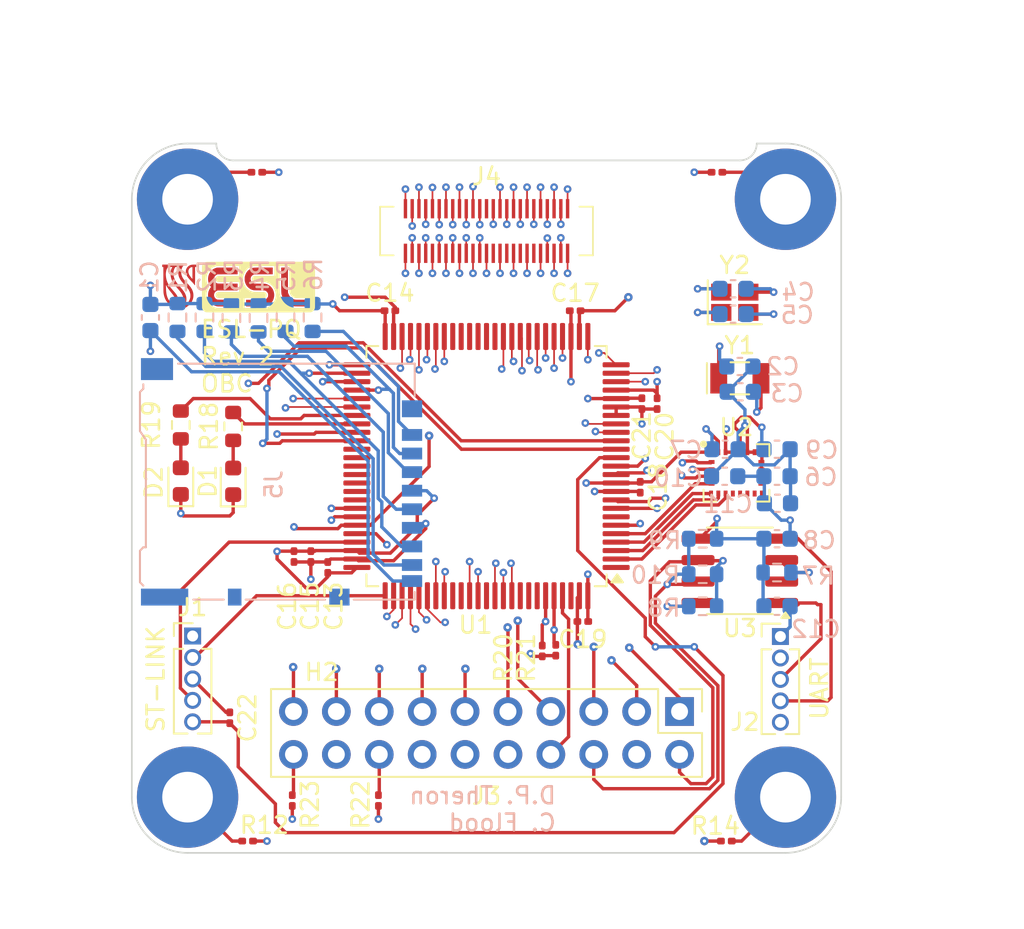
<source format=kicad_pcb>
(kicad_pcb (version 20240108) (generator "pcbnew") (generator_version "8.0")
  (title_block (title "Development of an ADCS for a PocketQube") (date "2024-06-04") (rev "14") (comment 2 "PCB Design") (comment 3 "22619291") (comment 4 "DP Theron"))
  (layers (0 "F.Cu" signal) (1 "In1.Cu" mixed) (2 "In2.Cu" mixed) (31 "B.Cu" signal) (34 "B.Paste" user) (35 "F.Paste" user) (36 "B.SilkS" user "B.Silkscreen") (37 "F.SilkS" user "F.Silkscreen") (38 "B.Mask" user) (39 "F.Mask" user) (44 "Edge.Cuts" user))
  (net 0 "")
  (net 1 "OSC_IN")
  (net 2 "OSC_OUT")
  (net 3 "OSC32_IN")
  (net 4 "OSC32_OUT")
  (net 5 "NRST")
  (net 6 "SPI NSS")
  (net 7 "SPI MOSI")
  (net 8 "SPI SCK")
  (net 9 "SPI MISO")
  (net 10 "SCL")
  (net 11 "SDA")
  (net 13 "USART RX")
  (net 14 "USART TX")
  (net 15 "DCap")
  (net 19 "SWCLK")
  (net 20 "SWDIO")
  (net 26 "SAOG")
  (net 27 "SAOM")
  (net 28 "CSAG")
  (net 29 "CSM")
  (net 30 "GND")
  (net 31 "Net-(U2-CAP)")
  (net 32 "Net-(U2-C1)")
  (net 33 "Net-(D1-A)")
  (net 34 "Net-(D2-A)")
  (net 35 "Net-(H1-Pad1)")
  (net 36 "Net-(H2-Pad1)")
  (net 37 "Net-(H3-Pad1)")
  (net 38 "Net-(H4-Pad1)")
  (net 39 "EPS-RST")
  (net 40 "Net-(J5-DAT2)")
  (net 41 "3V3")
  (net 42 "PPS")
  (net 43 "5V")
  (net 44 "PWR")
  (net 45 "TX")
  (net 46 "RS-EN")
  (net 47 "RS-A")
  (net 48 "RS-B")
  (net 49 "Net-(J5-DAT1)")
  (net 59 "S2_3V3")
  (net 60 "I2C-SDA")
  (net 61 "I2C-SCL")
  (net 62 "S1_5V")
  (net 63 "S2_5V")
  (net 64 "Unreg Solar")
  (net 65 "Unreg Bat")
  (net 76 "DB8")
  (net 77 "DB3")
  (net 78 "/Daughterboard Connector/DB31")
  (net 79 "DB26")
  (net 80 "DB4")
  (net 81 "/Daughterboard Connector/DB35")
  (net 82 "DB50")
  (net 83 "DB19")
  (net 84 "DB38")
  (net 85 "DB13")
  (net 86 "DB46")
  (net 87 "DB24")
  (net 88 "/Daughterboard Connector/DB39")
  (net 89 "DB23")
  (net 90 "/Daughterboard Connector/DB27")
  (net 91 "DB37")
  (net 92 "DB32")
  (net 93 "DB20")
  (net 94 "DB45")
  (net 95 "DB29")
  (net 96 "DB25")
  (net 97 "DB16")
  (net 98 "DB42")
  (net 99 "DB11")
  (net 100 "DB21")
  (net 101 "DB41")
  (net 102 "DB49")
  (net 103 "DB12")
  (net 104 "DB34")
  (net 105 "DB17")
  (net 106 "DB15")
  (net 107 "DB28")
  (net 108 "DB2")
  (net 109 "DB5")
  (net 110 "DB33")
  (net 111 "DB7")
  (net 112 "DB1")
  (net 113 "DB30")
  (net 114 "DB9")
  (footprint "Skripsie:R_0201_0603Metric" (layer "F.Cu") (at 263.145 24.5)
    (property "Reference" "R13" (hide yes))
    (property "Value" "0")
  )
  (footprint "Skripsie:C_0201_0603Metric" (layer "F.Cu") (at 255.2 51.1 180)
    (property "Reference" "C19")
    (property "Value" "100n")
  )
  (footprint "LED_SMD:LED_0603_1608Metric" (layer "F.Cu") (at 231.4 42.7875 90)
    (property "Reference" "D2")
    (property "Value" "LED")
  )
  (footprint "Package_QFP:LQFP-100_14x14mm_P0.5mm" (layer "F.Cu") (at 249.5 41.9 180)
    (property "Reference" "U1")
    (property "Value" "STM32L496VGTx")
  )
  (footprint "LOGO" (layer "F.Cu") (at 236 31.3)
    (property "Reference" "G***" (hide yes))
    (property "Value" "LOGO" (hide yes))
  )
  (footprint "Skripsie:R_0201_0603Metric" (layer "F.Cu") (at 235.355 64.1 180)
    (property "Reference" "R12")
    (property "Value" "0")
  )
  (footprint "Skripsie:R_0201_0603Metric" (layer "F.Cu") (at 252.8 52.845 90)
    (property "Reference" "R20")
    (property "Value" "4k7")
  )
  (footprint "Skripsie:PinHeader_1x05_P1.27mm_Vertical" (layer "F.Cu") (at 232.1 51.96)
    (property "Reference" "J1")
    (property "Value" "Conn_01x05")
  )
  (footprint "Skripsie:C_0201_0603Metric" (layer "F.Cu") (at 240.1 47.9 90)
    (property "Reference" "C15")
    (property "Value" "100n")
  )
  (footprint "MountingHole:MountingHole_3mm_Pad" (layer "F.Cu") (at 267.2 61.5)
    (property "Reference" "H4" (hide yes))
    (property "Value" "MountingHole_Pad")
  )
  (footprint "Skripsie:LGA-24L_3x3.5mm_P0.43mm" (layer "F.Cu") (at 264.3 42.3)
    (property "Reference" "U2")
    (property "Value" "LSM9DS1TR")
  )
  (footprint "Skripsie:R_0201_0603Metric" (layer "F.Cu") (at 235.9 24.5 180)
    (property "Reference" "R11" (hide yes))
    (property "Value" "0")
  )
  (footprint "Skripsie:C_0201_0603Metric" (layer "F.Cu") (at 258.7 38.2 -90)
    (property "Reference" "C21")
    (property "Value" "1u")
  )
  (footprint "MountingHole:MountingHole_3mm_Pad" (layer "F.Cu") (at 267.2 26.1)
    (property "Reference" "H3" (hide yes))
    (property "Value" "MountingHole_Pad")
  )
  (footprint "Skripsie:R_0201_0603Metric" (layer "F.Cu") (at 243.1 61.7 90)
    (property "Reference" "R22")
    (property "Value" "4k7")
  )
  (footprint "Skripsie:C_0201_0603Metric" (layer "F.Cu") (at 254.75 32.7)
    (property "Reference" "C17")
    (property "Value" "100n")
  )
  (footprint "Skripsie:C_0201_0603Metric" (layer "F.Cu") (at 234.3 56.8 -90)
    (property "Reference" "C22")
    (property "Value" "100n")
  )
  (footprint "ESL_PQ:ESL_PQ_Main_Header" (layer "F.Cu") (at 249.5 56.43)
    (property "Reference" "J3")
    (property "Value" "ESL_PQ_MainHeader")
  )
  (footprint "MountingHole:MountingHole_3mm_Pad" (layer "F.Cu") (at 231.8 61.5)
    (property "Reference" "H2")
    (property "Value" "MountingHole_Pad")
  )
  (footprint "Skripsie:HRS_DF40C-50DS-0.4V(51)" (layer "F.Cu") (at 249.5 27.98)
    (property "Reference" "J4")
    (property "Value" "Conn_02x25_Odd_Even")
  )
  (footprint "Skripsie:C_0201_0603Metric" (layer "F.Cu") (at 239.1 47.255 -90)
    (property "Reference" "C13")
    (property "Value" "10u")
  )
  (footprint "Skripsie:PinHeader_1x05_P1.27mm_Vertical" (layer "F.Cu") (at 266.9 51.99)
    (property "Reference" "J2")
    (property "Value" "Conn_01x05")
  )
  (footprint "Skripsie:R_0201_0603Metric" (layer "F.Cu") (at 253.6 52.8 90)
    (property "Reference" "R21")
    (property "Value" "4k7")
  )
  (footprint "Resistor_SMD:R_0603_1608Metric" (layer "F.Cu") (at 234.5 39.55 90)
    (property "Reference" "R18")
    (property "Value" "165")
  )
  (footprint "Skripsie:Crystal_SMD_EuroQuartz_EQ161-2Pin_3.2x1.5mm" (layer "F.Cu") (at 264.5 36.7)
    (property "Reference" "Y1")
    (property "Value" "32.768 kHz")
  )
  (footprint "Skripsie:C_0201_0603Metric" (layer "F.Cu") (at 238.1 47.255 -90)
    (property "Reference" "C16")
    (property "Value" "100n")
  )
  (footprint "Package_SO:SOIC-8_3.9x4.9mm_P1.27mm" (layer "F.Cu") (at 264.5 48.1 180)
    (property "Reference" "U3")
    (property "Value" "MAX485EDA")
  )
  (footprint "Skripsie:C_0201_0603Metric" (layer "F.Cu") (at 259.6 38.2 -90)
    (property "Reference" "C20")
    (property "Value" "1u")
  )
  (footprint "Skripsie:C_0201_0603Metric" (layer "F.Cu") (at 243.78 32.7)
    (property "Reference" "C14")
    (property "Value" "100n")
  )
  (footprint "LOGO" (layer "F.Cu") (at 236 31.3)
    (property "Reference" "G***" (hide yes))
    (property "Value" "LOGO" (hide yes))
  )
  (footprint "Skripsie:Crystal_SMD_EuroQuartz_X22-4Pin_2.5x2.0mm" (layer "F.Cu") (at 264.2 32.2)
    (property "Reference" "Y2")
    (property "Value" "16 MHz")
  )
  (footprint "MountingHole:MountingHole_3mm_Pad" (layer "F.Cu") (at 231.8 26.1)
    (property "Reference" "H1" (hide yes))
    (property "Value" "MountingHole_Pad")
  )
  (footprint "Skripsie:R_0201_0603Metric" (layer "F.Cu") (at 263.7 64.1)
    (property "Reference" "R14")
    (property "Value" "0")
  )
  (footprint "Resistor_SMD:R_0603_1608Metric" (layer "F.Cu") (at 231.4 39.4625 90)
    (property "Reference" "R19")
    (property "Value" "165")
  )
  (footprint "LED_SMD:LED_0603_1608Metric" (layer "F.Cu") (at 234.5 42.8 90)
    (property "Reference" "D1")
    (property "Value" "LED")
  )
  (footprint "Skripsie:C_0201_0603Metric" (layer "F.Cu") (at 258.6 43.15 -90)
    (property "Reference" "C18")
    (property "Value" "100n")
  )
  (footprint "LOGO" (layer "F.Cu") (at 231.3 31.3)
    (property "Reference" "G***" (hide yes))
    (property "Value" "LOGO" (hide yes))
  )
  (footprint "Skripsie:R_0201_0603Metric" (layer "F.Cu") (at 238 61.7 -90)
    (property "Reference" "R23")
    (property "Value" "4k7")
  )
  (footprint "Capacitor_SMD:C_0603_1608Metric" (layer "B.Cu") (at 264.1 31.4)
    (property "Reference" "C5")
    (property "Value" "12p")
  )
  (footprint "Resistor_SMD:R_0603_1608Metric" (layer "B.Cu") (at 262.3 50.2)
    (property "Reference" "R8")
    (property "Value" "4k7")
  )
  (footprint "Capacitor_SMD:C_0603_1608Metric" (layer "B.Cu") (at 264.5 36 180)
    (property "Reference" "C2")
    (property "Value" "8p")
  )
  (footprint "Capacitor_SMD:C_0603_1608Metric" (layer "B.Cu") (at 229.6 33.1 -90)
    (property "Reference" "C1")
    (property "Value" "10u")
  )
  (footprint "Resistor_SMD:R_0603_1608Metric" (layer "B.Cu") (at 237.6 33.1 -90)
    (property "Reference" "R5")
    (property "Value" "4k7")
  )
  (footprint "Capacitor_SMD:C_0603_1608Metric" (layer "B.Cu") (at 266.7 42.5 180)
    (property "Reference" "C6")
    (property "Value" "100n")
  )
  (footprint "Resistor_SMD:R_0603_1608Metric" (layer "B.Cu") (at 262.3 48.3 180)
    (property "Reference" "R10")
    (property "Value" "120k")
  )
  (footprint "Capacitor_SMD:C_0603_1608Metric" (layer "B.Cu") (at 266.7 40.9 180)
    (property "Reference" "C9")
    (property "Value" "10n")
  )
  (footprint "Capacitor_SMD:C_0603_1608Metric" (layer "B.Cu") (at 266.725 44.1)
    (property "Reference" "C8")
    (property "Value" "10u")
  )
  (footprint "Capacitor_SMD:C_0603_1608Metric" (layer "B.Cu") (at 266.7 46.2 180)
    (property "Reference" "C11")
    (property "Value" "100n")
  )
  (footprint "Resistor_SMD:R_0603_1608Metric" (layer "B.Cu") (at 239.2 33.1 -90)
    (property "Reference" "R6")
    (property "Value" "4k7")
  )
  (footprint "Resistor_SMD:R_0603_1608Metric" (layer "B.Cu") (at 236 33.13 -90)
    (property "Reference" "R4")
    (property "Value" "4k7")
  )
  (footprint "Resistor_SMD:R_0603_1608Metric" (layer "B.Cu") (at 234.395 33.13 -90)
    (property "Reference" "R3")
    (property "Value" "4k7")
  )
  (footprint "Resistor_SMD:R_0603_1608Metric" (layer "B.Cu") (at 231.2 33.1 -90)
    (property "Reference" "R1")
    (property "Value" "4k7")
  )
  (footprint "Skripsie:microSD_HC_Hirose_DM3AT-SF-PEJM5" (layer "B.Cu") (at 237.365 42.83 90)
    (property "Reference" "J5")
    (property "Value" "Micro_SD_Card")
  )
  (footprint "Resistor_SMD:R_0603_1608Metric" (layer "B.Cu") (at 266.7 48.2 180)
    (property "Reference" "R7")
    (property "Value" "4k7")
  )
  (footprint "Capacitor_SMD:C_0603_1608Metric" (layer "B.Cu") (at 266.7 50.2 180)
    (property "Reference" "C12")
    (property "Value" "10u")
  )
  (footprint "Capacitor_SMD:C_0603_1608Metric" (layer "B.Cu") (at 264.525 37.5)
    (property "Reference" "C3")
    (property "Value" "8p")
  )
  (footprint "Capacitor_SMD:C_0603_1608Metric" (layer "B.Cu") (at 264.1 32.9 180)
    (property "Reference" "C4")
    (property "Value" "12p")
  )
  (footprint "Capacitor_SMD:C_0603_1608Metric" (layer "B.Cu") (at 263.6 42.5 180)
    (property "Reference" "C7")
    (property "Value" "100n")
  )
  (footprint "Resistor_SMD:R_0603_1608Metric" (layer "B.Cu") (at 262.3 46.2)
    (property "Reference" "R9")
    (property "Value" "4k7")
  )
  (footprint "Resistor_SMD:R_0603_1608Metric" (layer "B.Cu") (at 232.8 33.1 -90)
    (property "Reference" "R2")
    (property "Value" "4k7")
  )
  (footprint "Capacitor_SMD:C_0603_1608Metric" (layer "B.Cu") (at 263.625 40.9)
    (property "Reference" "C10")
    (property "Value" "100n")
  )
  (gr_arc (start 270.5 61.5) (mid 269.533452 63.833452) (end 267.2 64.8) (stroke (width 0.1)) (layer "Edge.Cuts"))
  (gr_line (start 231.8 64.8) (end 267.2 64.8) (stroke (width 0.1)) (layer "Edge.Cuts"))
  (gr_line (start 265.5 22.8) (end 267.2 22.8) (stroke (width 0.1)) (layer "Edge.Cuts"))
  (gr_arc (start 228.5 26.1) (mid 229.466548 23.766548) (end 231.8 22.8) (stroke (width 0.1)) (layer "Edge.Cuts"))
  (gr_line (start 270.5 26.1) (end 270.5 61.5) (stroke (width 0.1)) (layer "Edge.Cuts"))
  (gr_arc (start 231.8 64.8) (mid 229.466548 63.833452) (end 228.5 61.5) (stroke (width 0.1)) (layer "Edge.Cuts"))
  (gr_line (start 234.5 23.8) (end 264.5 23.8) (stroke (width 0.1)) (layer "Edge.Cuts"))
  (gr_arc (start 265.5 22.8) (mid 265.207107 23.507107) (end 264.5 23.8) (stroke (width 0.1)) (layer "Edge.Cuts"))
  (gr_arc (start 267.2 22.8) (mid 269.533452 23.766548) (end 270.5 26.1) (stroke (width 0.1)) (layer "Edge.Cuts"))
  (gr_line (start 228.5 26.1) (end 228.5 61.5) (stroke (width 0.1)) (layer "Edge.Cuts"))
  (gr_arc (start 234.5 23.8) (mid 233.792893 23.507107) (end 233.5 22.8) (stroke (width 0.1)) (layer "Edge.Cuts"))
  (gr_line (start 233.5 22.8) (end 231.8 22.8) (stroke (width 0.1)) (layer "Edge.Cuts"))
  (gr_text "D.P. Theron\nC. Flood" (at 253.7 63.6 -0) (layer "B.SilkS") (effects (font (size 1 1)) (justify left bottom mirror)))
  (gr_text "ESL-PQ\nRev 2\nOBC" (at 232.5 37.6 -0) (layer "F.SilkS") (effects (font (size 1 1)) (justify left bottom)))
  (gr_text "ST-LINK" (at 230.5 57.75 90) (layer "F.SilkS") (effects (font (size 1 1)) (justify left bottom)))
  (gr_text "UART" (at 269.8 57 90) (layer "F.SilkS") (effects (font (size 1 1)) (justify left bottom)))
  (segment (start 257.275 42.3) (end 257.175 42.4) (width 0.2) (layer "F.Cu") (net 1))
  (segment (start 258.85 42.3) (end 257.275 42.3) (width 0.2) (layer "F.Cu") (net 1))
  (segment (start 259 42.15) (end 258.85 42.3) (width 0.2) (layer "F.Cu") (net 1))
  (segment (start 263.4 32.8) (end 262 32.8) (width 0.2) (layer "F.Cu") (net 1))
  (via (at 262 32.8) (size 0.45) (drill 0.2) (layers "F.Cu" "B.Cu") (net 1))
  (via (at 259 42.15) (size 0.45) (drill 0.2) (layers "F.Cu" "B.Cu") (net 1))
  (segment (start 262 32.8) (end 263.225 32.8) (width 0.2) (layer "B.Cu") (net 1))
  (segment (start 263.225 32.8) (end 263.325 32.9) (width 0.2) (layer "B.Cu") (net 1))
  (segment (start 258.45 41.9) (end 257.175 41.9) (width 0.2) (layer "F.Cu") (net 2))
  (segment (start 258.9 41.45) (end 258.45 41.9) (width 0.2) (layer "F.Cu") (net 2))
  (segment (start 265 31.6) (end 266.5 31.6) (width 0.2) (layer "F.Cu") (net 2))
  (via (at 266.5 31.6) (size 0.45) (drill 0.2) (layers "F.Cu" "B.Cu") (net 2))
  (via (at 258.9 41.45) (size 0.45) (drill 0.2) (layers "F.Cu" "B.Cu") (net 2))
  (segment (start 264.875 31.4) (end 266.3 31.4) (width 0.2) (layer "B.Cu") (net 2))
  (segment (start 266.3 31.4) (end 266.5 31.6) (width 0.2) (layer "B.Cu") (net 2))
  (segment (start 263.25 34.85) (end 263.3 34.8) (width 0.2) (layer "F.Cu") (net 3))
  (segment (start 259.6 44.4) (end 257.175 44.4) (width 0.2) (layer "F.Cu") (net 3))
  (segment (start 263.25 36.7) (end 263.25 34.85) (width 0.2) (layer "F.Cu") (net 3))
  (via (at 263.3 34.8) (size 0.45) (drill 0.2) (layers "F.Cu" "B.Cu") (net 3))
  (via (at 259.6 44.4) (size 0.45) (drill 0.2) (layers "F.Cu" "B.Cu") (net 3))
  (segment (start 263.3 35.575) (end 263.725 36) (width 0.2) (layer "B.Cu") (net 3))
  (segment (start 263.3 34.8) (end 263.3 35.575) (width 0.2) (layer "B.Cu") (net 3))
  (segment (start 257.275 44) (end 257.175 43.9) (width 0.2) (layer "F.Cu") (net 4))
  (segment (start 265.75 36.7) (end 265.75 38.45) (width 0.2) (layer "F.Cu") (net 4))
  (segment (start 265.75 38.45) (end 265.5 38.7) (width 0.2) (layer "F.Cu") (net 4))
  (segment (start 259.3 43.8) (end 259.1 44) (width 0.2) (layer "F.Cu") (net 4))
  (segment (start 259.1 44) (end 257.275 44) (width 0.2) (layer "F.Cu") (net 4))
  (segment (start 260.1 43.8) (end 259.3 43.8) (width 0.2) (layer "F.Cu") (net 4))
  (via (at 265.5 38.7) (size 0.45) (drill 0.2) (layers "F.Cu" "B.Cu") (net 4))
  (via (at 260.1 43.8) (size 0.45) (drill 0.2) (layers "F.Cu" "B.Cu") (net 4))
  (segment (start 265.5 37.7) (end 265.3 37.5) (width 0.2) (layer "B.Cu") (net 4))
  (segment (start 265.5 38.7) (end 265.5 37.7) (width 0.2) (layer "B.Cu") (net 4))
  (segment (start 234.22 57.04) (end 234.3 57.12) (width 0.2) (layer "F.Cu") (net 5))
  (segment (start 257.175 41.4) (end 256.192893 41.4) (width 0.2) (layer "F.Cu") (net 5))
  (segment (start 256.192893 41.4) (end 254.9 42.692893) (width 0.2) (layer "F.Cu") (net 5))
  (segment (start 237.6 63.6) (end 237 63) (width 0.2) (layer "F.Cu") (net 5))
  (segment (start 234.8 57.62) (end 234.3 57.12) (width 0.2) (layer "F.Cu") (net 5))
  (segment (start 237 63) (end 237 61.9) (width 0.2) (layer "F.Cu") (net 5))
  (segment (start 260.6 63.6) (end 237.6 63.6) (width 0.2) (layer "F.Cu") (net 5))
  (segment (start 254.9 42.692893) (end 254.9 46.9) (width 0.2) (layer "F.Cu") (net 5))
  (segment (start 263.5 60.7) (end 260.6 63.6) (width 0.2) (layer "F.Cu") (net 5))
  (segment (start 261.8 52.6) (end 263.5 54.3) (width 0.2) (layer "F.Cu") (net 5))
  (segment (start 254.9 46.9) (end 258.9 50.9) (width 0.2) (layer "F.Cu") (net 5))
  (segment (start 237 61.9) (end 234.8 59.7) (width 0.2) (layer "F.Cu") (net 5))
  (segment (start 263.5 54.3) (end 263.5 60.7) (width 0.2) (layer "F.Cu") (net 5))
  (segment (start 258.9 52) (end 259.5 52.6) (width 0.2) (layer "F.Cu") (net 5))
  (segment (start 258.9 50.9) (end 258.9 52) (width 0.2) (layer "F.Cu") (net 5))
  (segment (start 232.1 57.04) (end 234.22 57.04) (width 0.2) (layer "F.Cu") (net 5))
  (segment (start 234.8 59.7) (end 234.8 57.62) (width 0.2) (layer "F.Cu") (net 5))
  (via (at 261.8 52.6) (size 0.45) (drill 0.2) (layers "F.Cu" "B.Cu") (net 5))
  (via (at 259.5 52.6) (size 0.45) (drill 0.2) (layers "F.Cu" "B.Cu") (net 5))
  (segment (start 259.5 52.6) (end 261.8 52.6) (width 0.2) (layer "B.Cu") (net 5))
  (segment (start 243.1 37.4) (end 241.825 37.4) (width 0.2) (layer "F.Cu") (net 6))
  (via (at 243.1 37.4) (size 0.45) (drill 0.2) (layers "F.Cu" "B.Cu") (net 6))
  (segment (start 243.987868 37.587868) (end 243.987868 40.787868) (width 0.2) (layer "B.Cu") (net 6))
  (segment (start 237.6 34.3) (end 238.1 34.8) (width 0.2) (layer "B.Cu") (net 6))
  (segment (start 244.355 41.155) (end 245.09 41.155) (width 0.2) (layer "B.Cu") (net 6))
  (segment (start 243.15 37.35) (end 243.1 37.4) (width 0.2) (layer "B.Cu") (net 6))
  (segment (start 243.75 37.35) (end 243.15 37.35) (width 0.2) (layer "B.Cu") (net 6))
  (segment (start 238.1 34.8) (end 241.2 34.8) (width 0.2) (layer "B.Cu") (net 6))
  (segment (start 243.987868 40.787868) (end 244.355 41.155) (width 0.2) (layer "B.Cu") (net 6))
  (segment (start 241.2 34.8) (end 243.75 37.35) (width 0.2) (layer "B.Cu") (net 6))
  (segment (start 243.75 37.35) (end 243.987868 37.587868) (width 0.2) (layer "B.Cu") (net 6))
  (segment (start 237.6 33.925) (end 237.6 34.3) (width 0.2) (layer "B.Cu") (net 6))
  (segment (start 240.2 35.9) (end 241.825 35.9) (width 0.2) (layer "F.Cu") (net 7))
  (via (at 240.2 35.9) (size 0.45) (drill 0.2) (layers "F.Cu" "B.Cu") (net 7))
  (segment (start 240.75 35.85) (end 240.25 35.85) (width 0.2) (layer "B.Cu") (net 7))
  (segment (start 240.75 35.85) (end 243.687868 38.787868) (width 0.2) (layer "B.Cu") (net 7))
  (segment (start 244.84 42.255) (end 245.09 42.255) (width 0.2) (layer "B.Cu") (net 7))
  (segment (start 236 33.955) (end 236 34.5) (width 0.2) (layer "B.Cu") (net 7))
  (segment (start 243.687868 38.787868) (end 243.687868 41.102868) (width 0.2) (layer "B.Cu") (net 7))
  (segment (start 236.6 35.1) (end 240 35.1) (width 0.2) (layer "B.Cu") (net 7))
  (segment (start 240 35.1) (end 240.75 35.85) (width 0.2) (layer "B.Cu") (net 7))
  (segment (start 243.687868 41.102868) (end 244.84 42.255) (width 0.2) (layer "B.Cu") (net 7))
  (segment (start 240.25 35.85) (end 240.2 35.9) (width 0.2) (layer "B.Cu") (net 7))
  (segment (start 236 34.5) (end 236.6 35.1) (width 0.2) (layer "B.Cu") (net 7))
  (segment (start 239.8 36.9) (end 241.825 36.9) (width 0.2) (layer "F.Cu") (net 8))
  (via (at 239.8 36.9) (size 0.45) (drill 0.2) (layers "F.Cu" "B.Cu") (net 8))
  (segment (start 238.9 35.4) (end 240.3 36.8) (width 0.2) (layer "B.Cu") (net 8))
  (segment (start 243.387868 43.687868) (end 244.155 44.455) (width 0.2) (layer "B.Cu") (net 8))
  (segment (start 243.387868 39.887868) (end 243.387868 43.687868) (width 0.2) (layer "B.Cu") (net 8))
  (segment (start 239.9 36.8) (end 239.8 36.9) (width 0.2) (layer "B.Cu") (net 8))
  (segment (start 234.395 33.955) (end 234.395 34.695) (width 0.2) (layer "B.Cu") (net 8))
  (segment (start 240.3 36.8) (end 239.9 36.8) (width 0.2) (layer "B.Cu") (net 8))
  (segment (start 235.1 35.4) (end 238.9 35.4) (width 0.2) (layer "B.Cu") (net 8))
  (segment (start 244.155 44.455) (end 245.09 44.455) (width 0.2) (layer "B.Cu") (net 8))
  (segment (start 234.395 34.695) (end 235.1 35.4) (width 0.2) (layer "B.Cu") (net 8))
  (segment (start 240.3 36.8) (end 243.387868 39.887868) (width 0.2) (layer "B.Cu") (net 8))
  (segment (start 239 36.4) (end 241.825 36.4) (width 0.2) (layer "F.Cu") (net 9))
  (via (at 239 36.4) (size 0.45) (drill 0.2) (layers "F.Cu" "B.Cu") (net 9))
  (segment (start 238.6 36.4) (end 239 36.4) (width 0.2) (layer "B.Cu") (net 9))
  (segment (start 243.3 45.5) (end 243.3 44.024264) (width 0.2) (layer "B.Cu") (net 9))
  (segment (start 233.316618 35.7) (end 232.8 35.183382) (width 0.2) (layer "B.Cu") (net 9))
  (segment (start 243.087868 40.987868) (end 238.55 36.45) (width 0.2) (layer "B.Cu") (net 9))
  (segment (start 243.087868 43.812132) (end 243.087868 40.987868) (width 0.2) (layer "B.Cu") (net 9))
  (segment (start 237.8 35.7) (end 233.316618 35.7) (width 0.2) (layer "B.Cu") (net 9))
  (segment (start 232.75 34) (end 232.795 33.955) (width 0.2) (layer "B.Cu") (net 9))
  (segment (start 245.09 46.655) (end 244.455 46.655) (width 0.2) (layer "B.Cu") (net 9))
  (segment (start 238.55 36.45) (end 238.6 36.4) (width 0.2) (layer "B.Cu") (net 9))
  (segment (start 232.8 35.183382) (end 232.8 33.925) (width 0.2) (layer "B.Cu") (net 9))
  (segment (start 243.3 44.024264) (end 243.087868 43.812132) (width 0.2) (layer "B.Cu") (net 9))
  (segment (start 238.55 36.45) (end 237.8 35.7) (width 0.2) (layer "B.Cu") (net 9))
  (segment (start 244.455 46.655) (end 243.3 45.5) (width 0.2) (layer "B.Cu") (net 9))
  (segment (start 261.1 41.7) (end 261.2 41.6) (width 0.2) (layer "F.Cu") (net 10))
  (segment (start 262.78 41.7) (end 262.825 41.655) (width 0.2) (layer "F.Cu") (net 10))
  (segment (start 252.8 52.525) (end 252.8 51.3) (width 0.2) (layer "F.Cu") (net 10))
  (segment (start 252.8 51.3) (end 253 51.1) (width 0.2) (layer "F.Cu") (net 10))
  (segment (start 261.907107 41.6) (end 262.007107 41.7) (width 0.2) (layer "F.Cu") (net 10))
  (segment (start 262.007107 41.7) (end 262.78 41.7) (width 0.2) (layer "F.Cu") (net 10))
  (segment (start 261.2 41.6) (end 261.907107 41.6) (width 0.2) (layer "F.Cu") (net 10))
  (segment (start 253 51.1) (end 253 49.575) (width 0.2) (layer "F.Cu") (net 10))
  (via (at 261.1 41.7) (size 0.45) (drill 0.2) (layers "F.Cu" "B.Cu") (net 10))
  (via (at 253 51.1) (size 0.45) (drill 0.2) (layers "F.Cu" "B.Cu") (net 10))
  (segment (start 261.907107 42.6) (end 262.007107 42.5) (width 0.2) (layer "F.Cu") (net 11))
  (segment (start 261.2 42.6) (end 261.907107 42.6) (width 0.2) (layer "F.Cu") (net 11))
  (segment (start 261.05 42.45) (end 261.2 42.6) (width 0.2) (layer "F.Cu") (net 11))
  (segment (start 262.007107 42.5) (end 262.81 42.5) (width 0.2) (layer "F.Cu") (net 11))
  (segment (start 253.5 52.38) (end 253.6 52.48) (width 0.2) (layer "F.Cu") (net 11))
  (segment (start 253.5 51.6) (end 253.5 52.38) (width 0.2) (layer "F.Cu") (net 11))
  (segment (start 253.5 51.6) (end 253.5 49.575) (width 0.2) (layer "F.Cu") (net 11))
  (segment (start 262.81 42.5) (end 262.825 42.515) (width 0.2) (layer "F.Cu") (net 11))
  (via (at 261.05 42.45) (size 0.45) (drill 0.2) (layers "F.Cu" "B.Cu") (net 11))
  (via (at 253.5 51.6) (size 0.45) (drill 0.2) (layers "F.Cu" "B.Cu") (net 11))
  (segment (start 240.315 45.1) (end 240.515 44.9) (width 0.2) (layer "F.Cu") (net 13))
  (segment (start 269.9 48.145001) (end 269.9 55.6) (width 0.2) (layer "F.Cu") (net 13))
  (segment (start 266.975 46.195) (end 267.949999 46.195) (width 0.2) (layer "F.Cu") (net 13))
  (segment (start 240.515 44.9) (end 241.825 44.9) (width 0.2) (layer "F.Cu") (net 13))
  (segment (start 269.9 55.6) (end 269.7 55.8) (width 0.2) (layer "F.Cu") (net 13))
  (segment (start 269.7 55.8) (end 266.9 55.8) (width 0.2) (layer "F.Cu") (net 13))
  (segment (start 267.949999 46.195) (end 269.9 48.145001) (width 0.2) (layer "F.Cu") (net 13))
  (via (at 240.315 45.1) (size 0.45) (drill 0.2) (layers "F.Cu" "B.Cu") (net 13))
  (segment (start 269.3 52.13) (end 269.3 50.1) (width 0.2) (layer "F.Cu") (net 14))
  (segment (start 266.975 50.105) (end 267.949999 50.105) (width 0.2) (layer "F.Cu") (net 14))
  (segment (start 269.3 50.1) (end 269.1 50.1) (width 0.2) (layer "F.Cu") (net 14))
  (segment (start 240.315 44.4) (end 241.825 44.4) (width 0.2) (layer "F.Cu") (net 14))
  (segment (start 266.9 54.53) (end 269.3 52.13) (width 0.2) (layer "F.Cu") (net 14))
  (segment (start 269.005 50.005) (end 266.975 50.005) (width 0.2) (layer "F.Cu") (net 14))
  (segment (start 269.1 50.1) (end 269.005 50.005) (width 0.2) (layer "F.Cu") (net 14))
  (via (at 240.315 44.4) (size 0.45) (drill 0.2) (layers "F.Cu" "B.Cu") (net 14))
  (segment (start 261.017893 41.075) (end 259.262893 42.83) (width 0.2) (layer "F.Cu") (net 15))
  (segment (start 259.6 37.6) (end 259.4 37.4) (width 0.2) (layer "F.Cu") (net 15))
  (segment (start 259.4 37.4) (end 257.175 37.4) (width 0.2) (layer "F.Cu") (net 15))
  (segment (start 263.655 41.075) (end 264.085 41.075) (width 0.2) (layer "F.Cu") (net 15))
  (segment (start 241.825 47.9) (end 241.505 48.22) (width 0.2) (layer "F.Cu") (net 15))
  (segment (start 248.23 53.92) (end 248.25 53.9) (width 0.2) (layer "F.Cu") (net 15))
  (segment (start 239.449999 49.1) (end 238.8 49.1) (width 0.2) (layer "F.Cu") (net 15))
  (segment (start 240.1 48.22) (end 240.1 48.449999) (width 0.2) (layer "F.Cu") (net 15))
  (segment (start 243.807107 47.05) (end 245.4 45.457107) (width 0.2) (layer "F.Cu") (net 15))
  (segment (start 238.1 46.935) (end 237.115 46.935) (width 0.2) (layer "F.Cu") (net 15))
  (segment (start 238.1 46.935) (end 239.1 46.935) (width 0.2) (layer "F.Cu") (net 15))
  (segment (start 257.175 42.9) (end 255.4 42.9) (width 0.2) (layer "F.Cu") (net 15))
  (segment (start 255.5 49.575) (end 255.5 51.08) (width 0.2) (layer "F.Cu") (net 15))
  (segment (start 239.335 46.935) (end 239.37 46.9) (width 0.2) (layer "F.Cu") (net 15))
  (segment (start 262.795 41.075) (end 261.017893 41.075) (width 0.2) (layer "F.Cu") (net 15))
  (segment (start 252.845 53.12) (end 252.8 53.165) (width 0.2) (layer "F.Cu") (net 15))
  (segment (start 245.4 44.8) (end 246.4 43.8) (width 0.2) (layer "F.Cu") (net 15))
  (segment (start 237.1 47.4) (end 237.1 46.95) (width 0.2) (layer "F.Cu") (net 15))
  (segment (start 259.6 37.88) (end 259.6 36.9) (width 0.2) (layer "F.Cu") (net 15))
  (segment (start 258.5 45.4) (end 258.6 45.3) (width 0.2) (layer "F.Cu") (net 15))
  (segment (start 255.5 49.575) (end 255.5 48.3) (width 0.2) (layer "F.Cu") (net 15))
  (segment (start 263.655 39.745) (end 263.7 39.7) (width 0.2) (layer "F.Cu") (net 15))
  (segment (start 243.5 34.225) (end 243.5 32.74) (width 0.2) (layer "F.Cu") (net 15))
  (segment (start 257.195 37.88) (end 257.175 37.9) (width 0.2) (layer "F.Cu") (net 15))
  (segment (start 243.1 62.02) (end 243.1 62.8) (width 0.2) (layer "F.Cu") (net 15))
  (segment (start 262.825 42.085) (end 261.715 42.085) (width 0.2) (layer "F.Cu") (net 15))
  (segment (start 261.715 42.085) (end 261.7 42.1) (width 0.2) (layer "F.Cu") (net 15))
  (segment (start 245.4 45.457107) (end 245.4 44.8) (width 0.2) (layer "F.Cu") (net 15))
  (segment (start 254.5 32.735) (end 254.535 32.7) (width 0.2) (layer "F.Cu") (net 15))
  (segment (start 241.975 47.05) (end 243.807107 47.05) (width 0.2) (layer "F.Cu") (net 15))
  (segment (start 259.262893 42.83) (end 258.6 42.83) (width 0.2) (layer "F.Cu") (net 15))
  (segment (start 261.93 50.2) (end 262.025 50.105) (width 0.2) (layer "F.Cu") (net 15))
  (segment (start 240.8 32.7) (end 240.4 32.3) (width 0.2) (layer "F.Cu") (net 15))
  (segment (start 255.5 51.08) (end 255.52 51.1) (width 0.2) (layer "F.Cu") (net 15))
  (segment (start 238 62.02) (end 238 62.8) (width 0.2) (layer "F.Cu") (net 15))
  (segment (start 254.5 34.225) (end 254.5 36.9) (width 0.2) (layer "F.Cu") (net 15))
  (segment (start 258.7 37.88) (end 257.195 37.88) (width 0.2) (layer "F.Cu") (net 15))
  (segment (start 252.265 53.165) (end 252.1 53) (width 0.2) (layer "F.Cu") (net 15))
  (segment (start 243.46 32.7) (end 240.8 32.7) (width 0.2) (layer "F.Cu") (net 15))
  (segment (start 254.5 34.225) (end 254.5 32.735) (width 0.2) (layer "F.Cu") (net 15))
  (segment (start 241.825 46.9) (end 241.975 47.05) (width 0.2) (layer "F.Cu") (net 15))
  (segment (start 237.115 46.935) (end 237.1 46.95) (width 0.2) (layer "F.Cu") (net 15))
  (segment (start 257.175 45.4) (end 258.5 45.4) (width 0.2) (layer "F.Cu") (net 15))
  (segment (start 259.6 37.88) (end 259.6 37.6) (width 0.2) (layer "F.Cu") (net 15))
  (segment (start 253.6 53.12) (end 252.845 53.12) (width 0.2) (layer "F.Cu") (net 15))
  (segment (start 245.5 26.683882) (end 245.5 25.383882) (width 0.1) (layer "F.Cu") (net 15))
  (segment (start 241.505 48.22) (end 240.1 48.22) (width 0.2) (layer "F.Cu") (net 15))
  (segment (start 258.53 42.9) (end 258.6 42.83) (width 0.2) (layer "F.Cu") (net 15))
  (segment (start 252.8 53.165) (end 252.265 53.165) (width 0.2) (layer "F.Cu") (net 15))
  (segment (start 255.5 37.9) (end 257.175 37.9) (width 0.2) (layer "F.Cu") (net 15))
  (segment (start 260.2 50.2) (end 261.93 50.2) (width 0.2) (layer "F.Cu") (net 15))
  (segment (start 239.1 46.935) (end 239.335 46.935) (width 0.2) (layer "F.Cu") (net 15))
  (segment (start 257.175 42.9) (end 258.53 42.9) (width 0.2) (layer "F.Cu") (net 15))
  (segment (start 239.37 46.9) (end 241.825 46.9) (width 0.2) (layer "F.Cu") (net 15))
  (segment (start 248.23 56.43) (end 248.23 53.92) (width 0.2) (layer "F.Cu") (net 15))
  (segment (start 238.8 49.1) (end 237.1 47.4) (width 0.2) (layer "F.Cu") (net 15))
  (segment (start 243.5 32.74) (end 243.46 32.7) (width 0.2) (layer "F.Cu") (net 15))
  (segment (start 263.655 41.075) (end 263.655 39.745) (width 0.2) (layer "F.Cu") (net 15))
  (segment (start 240.1 48.449999) (end 239.449999 49.1) (width 0.2) (layer "F.Cu") (net 15))
  (via (at 245.5 25.383882) (size 0.45) (drill 0.2) (layers "F.Cu" "B.Cu") (net 15))
  (via (at 243.1 62.8) (size 0.45) (drill 0.2) (layers "F.Cu" "B.Cu") (net 15))
  (via (at 237.1 46.95) (size 0.45) (drill 0.2) (layers "F.Cu" "B.Cu") (net 15))
  (via (at 238 62.8) (size 0.45) (drill 0.2) (layers "F.Cu" "B.Cu") (net 15))
  (via (at 267.475 45.1) (size 0.45) (drill 0.2) (layers "F.Cu" "B.Cu") (net 15))
  (via (at 252.1 53) (size 0.45) (drill 0.2) (layers "F.Cu" "B.Cu") (net 15))
  (via (at 258.6 45.3) (size 0.45) (drill 0.2) (layers "F.Cu" "B.Cu") (net 15))
  (via (at 261.7 42.1) (size 0.45) (drill 0.2) (layers "F.Cu" "B.Cu") (net 15))
  (via (at 263.7 39.7) (size 0.45) (drill 0.2) (layers "F.Cu" "B.Cu") (net 15))
  (via (at 255.4 42.9) (size 0.45) (drill 0.2) (layers "F.Cu" "B.Cu") (net 15))
  (via (at 246.4 43.8) (size 0.45) (drill 0.2) (layers "F.Cu" "B.Cu") (net 15))
  (via (at 255.5 37.9) (size 0.45) (drill 0.2) (layers "F.Cu" "B.Cu") (net 15))
  (via (at 260.2 50.2) (size 0.45) (drill 0.2) (layers "F.Cu" "B.Cu") (net 15))
  (via (at 254.5 36.9) (size 0.45) (drill 0.2) (layers "F.Cu" "B.Cu") (net 15))
  (via (at 248.25 53.9) (size 0.5) (drill 0.2) (layers "F.Cu" "B.Cu") (net 15))
  (via (at 259.6 36.9) (size 0.45) (drill 0.2) (layers "F.Cu" "B.Cu") (net 15))
  (via (at 255.5 48.3) (size 0.45) (drill 0.2) (layers "F.Cu" "B.Cu") (net 15))
  (via (at 229.6 31.2) (size 0.45) (drill 0.2) (layers "F.Cu" "B.Cu") (net 15))
  (via (at 240.4 32.3) (size 0.45) (drill 0.2) (layers "F.Cu" "B.Cu") (net 15))
  (segment (start 232.8 32.275) (end 234.365 32.275) (width 0.2) (layer "B.Cu") (net 15))
  (segment (start 240.4 32.3) (end 239.225 32.3) (width 0.2) (layer "B.Cu") (net 15))
  (segment (start 267.475 45.1) (end 267.475 46.2) (width 0.2) (layer "B.Cu") (net 15))
  (segment (start 231.15 32.325) (end 231.2 32.275) (width 0.2) (layer "B.Cu") (net 15))
  (segment (start 261.475 50.2) (end 260.2 50.2) (width 0.2) (layer "B.Cu") (net 15))
  (segment (start 237.6 32.275) (end 239.2 32.275) (width 0.2) (layer "B.Cu") (net 15))
  (segment (start 265.95 44.1) (end 266.95 45.1) (width 0.2) (layer "B.Cu") (net 15))
  (segment (start 265.95 44.1) (end 265.95 42.525) (width 0.2) (layer "B.Cu") (net 15))
  (segment (start 237.645 32.355) (end 237.595 32.305) (width 0.2) (layer "B.Cu") (net 15))
  (segment (start 229.6 32.325) (end 229.6 31.2) (width 0.2) (layer "B.Cu") (net 15))
  (segment (start 245.09 43.355) (end 245.955 43.355) (width 0.2) (layer "B.Cu") (net 15))
  (segment (start 236 32.305) (end 237.57 32.305) (width 0.2) (layer "B.Cu") (net 15))
  (segment (start 267.475 50.2) (end 267.475 51.415) (width 0.2) (layer "B.Cu") (net 15))
  (segment (start 237.57 32.305) (end 237.6 32.275) (width 0.2) (layer "B.Cu") (net 15))
  (segment (start 234.395 32.305) (end 236 32.305) (width 0.2) (layer "B.Cu") (net 15))
  (segment (start 245.955 43.355) (end 246.4 43.8) (width 0.2) (layer "B.Cu") (net 15))
  (segment (start 239.225 32.3) (end 239.2 32.275) (width 0.2) (layer "B.Cu") (net 15))
  (segment (start 231.2 32.275) (end 232.8 32.275) (width 0.2) (layer "B.Cu") (net 15))
  (segment (start 229.6 32.325) (end 231.15 32.325) (width 0.2) (layer "B.Cu") (net 15))
  (segment (start 266.95 45.1) (end 267.475 45.1) (width 0.2) (layer "B.Cu") (net 15))
  (segment (start 265.95 42.525) (end 265.925 42.5) (width 0.2) (layer "B.Cu") (net 15))
  (segment (start 265.925 42.5) (end 264.375 42.5) (width 0.2) (layer "B.Cu") (net 15))
  (segment (start 267.475 51.415) (end 266.9 51.99) (width 0.2) (layer "B.Cu") (net 15))
  (segment (start 232.1 53.23) (end 232.23 53.23) (width 0.2) (layer "F.Cu") (net 19))
  (segment (start 235.885 49.575) (end 243.5 49.575) (width 0.2) (layer "F.Cu") (net 19))
  (segment (start 232.23 53.23) (end 235.885 49.575) (width 0.2) (layer "F.Cu") (net 19))
  (segment (start 231.375 55.045) (end 231.375 49.285) (width 0.2) (layer "F.Cu") (net 20))
  (segment (start 231.375 49.285) (end 234.26 46.4) (width 0.2) (layer "F.Cu") (net 20))
  (segment (start 232.1 55.77) (end 231.375 55.045) (width 0.2) (layer "F.Cu") (net 20))
  (segment (start 234.26 46.4) (end 241.825 46.4) (width 0.2) (layer "F.Cu") (net 20))
  (segment (start 262.825 42.945) (end 261.855 42.945) (width 0.2) (layer "F.Cu") (net 26))
  (segment (start 258.9 45.9) (end 257.175 45.9) (width 0.2) (layer "F.Cu") (net 26))
  (segment (start 261.855 42.945) (end 258.9 45.9) (width 0.2) (layer "F.Cu") (net 26))
  (segment (start 261.699264 43.525) (end 258.824264 46.4) (width 0.2) (layer "F.Cu") (net 27))
  (segment (start 262.795 43.525) (end 261.699264 43.525) (width 0.2) (layer "F.Cu") (net 27))
  (segment (start 258.824264 46.4) (end 257.175 46.4) (width 0.2) (layer "F.Cu") (net 27))
  (segment (start 263.225 43.525) (end 263.225 43.785) (width 0.2) (layer "F.Cu") (net 28))
  (segment (start 263.225 43.785) (end 263.11 43.9) (width 0.2) (layer "F.Cu") (net 28))
  (segment (start 258.748528 46.9) (end 257.175 46.9) (width 0.2) (layer "F.Cu") (net 28))
  (segment (start 261.748528 43.9) (end 258.748528 46.9) (width 0.2) (layer "F.Cu") (net 28))
  (segment (start 263.11 43.9) (end 261.748528 43.9) (width 0.2) (layer "F.Cu") (net 28))
  (segment (start 258.8 47.3) (end 258.7 47.4) (width 0.2) (layer "F.Cu") (net 29))
  (segment (start 261.9 44.2) (end 258.8 47.3) (width 0.2) (layer "F.Cu") (net 29))
  (segment (start 263.655 43.779264) (end 263.234264 44.2) (width 0.2) (layer "F.Cu") (net 29))
  (segment (start 263.234264 44.2) (end 261.9 44.2) (width 0.2) (layer "F.Cu") (net 29))
  (segment (start 263.655 43.525) (end 263.655 43.779264) (width 0.2) (layer "F.Cu") (net 29))
  (segment (start 258.7 47.4) (end 257.175 47.4) (width 0.2) (layer "F.Cu") (net 29))
  (segment (start 262 31.4) (end 263.2 31.4) (width 0.2) (layer "F.Cu") (net 30))
  (segment (start 234.5 44.65) (end 234.3 44.85) (width 0.2) (layer "F.Cu") (net 30))
  (segment (start 257.175 43.4) (end 258.53 43.4) (width 0.2) (layer "F.Cu") (net 30))
  (segment (start 257.175 38.4) (end 257.175 38.9) (width 0.2) (layer "F.Cu") (net 30))
  (segment (start 257.175 38.4) (end 258.58 38.4) (width 0.2) (layer "F.Cu") (net 30))
  (segment (start 255 32.875) (end 255.175 32.7) (width 0.2) (layer "F.Cu") (net 30))
  (segment (start 258.7 38.52) (end 259.6 38.52) (width 0.2) (layer "F.Cu") (net 30))
  (segment (start 244.1 32.500001) (end 243.499999 31.9) (width 0.2) (layer "F.Cu") (net 30))
  (segment (start 264.8 39.5) (end 264.945 39.645) (width 0.2) (layer "F.Cu") (net 30))
  (segment (start 263.15 45.17) (end 262.025 46.295) (width 0.2) (layer "F.Cu") (net 30))
  (segment (start 257.1 32.7) (end 257.9 31.9) (width 0.2) (layer "F.Cu") (net 30))
  (segment (start 264.945 41.075) (end 265.375 41.075) (width 0.2) (layer "F.Cu") (net 30))
  (segment (start 262.825 24.5) (end 261.8 24.5) (width 0.2) (layer "F.Cu") (net 30))
  (segment (start 255.07 32.7) (end 257.1 32.7) (width 0.2) (layer "F.Cu") (net 30))
  (segment (start 263.2 31.4) (end 263.4 31.6) (width 0.2) (layer "F.Cu") (net 30))
  (segment (start 265.805 41.075) (end 265.805 41.625) (width 0.2) (layer "F.Cu") (net 30))
  (segment (start 232.1 54.5) (end 234.08 56.48) (width 0.2) (layer "F.Cu") (net 30))
  (segment (start 234.5 43.5875) (end 234.5 44.65) (width 0.2) (layer "F.Cu") (net 30))
  (segment (start 234.08 56.48) (end 234.3 56.48) (width 0.2) (layer "F.Cu") (net 30))
  (segment (start 236.22 24.5) (end 237.2 24.5) (width 0.2) (layer "F.Cu") (net 30))
  (segment (start 252.3 26.683882) (end 252.3 27.583882) (width 0.1) (layer "F.Cu") (net 30))
  (segment (start 263.15 45) (end 263.15 45.17) (width 0.2) (layer "F.Cu") (net 30))
  (segment (start 258.58 38.4) (end 258.7 38.52) (width 0.2) (layer "F.Cu") (net 30))
  (segment (start 265.775 42.085) (end 265.775 42.515) (width 0.2) (layer "F.Cu") (net 30))
  (segment (start 254.88 51.1) (end 254.88 49.695) (width 0.2) (layer "F.Cu") (net 30))
  (segment (start 231.55 44.85) (end 231.4 44.7) (width 0.2) (layer "F.Cu") (net 30))
  (segment (start 244.1 32.7) (end 244.1 32.500001) (width 0.2) (layer "F.Cu") (net 30))
  (segment (start 238.1 47.575) (end 239.1 47.575) (width 0.2) (layer "F.Cu") (net 30))
  (segment (start 257.175 43.4) (end 255.9 43.4) (width 0.2) (layer "F.Cu") (net 30))
  (segment (start 240.61 53.91) (end 240.6 53.9) (width 0.2) (layer "F.Cu") (net 30))
  (segment (start 239.1 47.575) (end 239.1 48.6) (width 0.2) (layer "F.Cu") (net 30))
  (segment (start 258.7 38.52) (end 258.7 39.4) (width 0.2) (layer "F.Cu") (net 30))
  (segment (start 254.88 52.43) (end 254.9 52.45) (width 0.2) (layer "F.Cu") (net 30))
  (segment (start 264.945 39.645) (end 264.945 41.075) (width 0.2) (layer "F.Cu") (net 30))
  (segment (start 265.1 32.9) (end 265 32.8) (width 0.2) (layer "F.Cu") (net 30))
  (segment (start 240.28 47.4) (end 241.825 47.4) (width 0.2) (layer "F.Cu") (net 30))
  (segment (start 263.38 64.1) (end 262.4 64.1) (width 0.2) (layer "F.Cu") (net 30))
  (segment (start 231.4 43.575) (end 231.4 44.7) (width 0.2) (layer "F.Cu") (net 30))
  (segment (start 243.499999 31.9) (end 241.1 31.9) (width 0.2) (layer "F.Cu") (net 30))
  (segment (start 258.39 54.89) (end 258.39 56.43) (width 0.2) (layer "F.Cu") (net 30))
  (segment (start 247.9 25.383882) (end 247.9 26.683882) (width 0.1) (layer "F.Cu") (net 30))
  (segment (start 265.775 41.655) (end 265.775 42.085) (width 0.2) (layer "F.Cu") (net 30))
  (segment (start 255 34.225) (end 255 32.875) (width 0.2) (layer "F.Cu") (net 30))
  (segment (start 266.5 32.9) (end 265.1 32.9) (width 0.2) (layer "F.Cu") (net 30))
  (segment (start 256.9 53.4) (end 258.39 54.89) (width 0.2) (layer "F.Cu") (net 30))
  (segment (start 265.375 41.075) (end 265.805 41.075) (width 0.2) (layer "F.Cu") (net 30))
  (segment (start 245.9 45.3) (end 245.9 45.6) (width 0.2) (layer "F.Cu") (net 30))
  (segment (start 254.88 49.695) (end 255 49.575) (width 0.2) (layer "F.Cu") (net 30))
  (segment (start 245.9 45.6) (end 244 47.5) (width 0.2) (layer "F.Cu") (net 30))
  (segment (start 234.3 44.85) (end 231.55 44.85) (width 0.2) (layer "F.Cu") (net 30))
  (segment (start 239.1 47.575) (end 240.095 47.575) (width 0.2) (layer "F.Cu") (net 30))
  (segment (start 244 32.8) (end 244.1 32.7) (width 0.2) (layer "F.Cu") (net 30))
  (segment (start 241.925 47.5) (end 241.825 47.4) (width 0.2) (layer "F.Cu") (net 30))
  (segment (start 234.4875 43.575) (end 234.5 43.5875) (width 0.2) (layer "F.Cu") (net 30))
  (segment (start 254.88 51.1) (end 254.88 52.43) (width 0.2) (layer "F.Cu") (net 30))
  (segment (start 244 47.5) (end 241.925 47.5) (width 0.2) (layer "F.Cu") (net 30))
  (segment (start 240.095 47.575) (end 240.1 47.58) (width 0.2) (layer "F.Cu") (net 30))
  (segment (start 240.61 56.43) (end 240.61 53.91) (width 0.2) (layer "F.Cu") (net 30))
  (segment (start 265.775 42.515) (end 265.775 42.945) (width 0.2) (layer "F.Cu") (net 30))
  (segment (start 235.675 64.1) (end 236.5 64.1) (width 0.2) (layer "F.Cu") (net 30))
  (segment (start 258.53 43.4) (end 258.6 43.47) (width 0.2) (layer "F.Cu") (net 30))
  (segment (start 244 34.225) (end 244 32.8) (width 0.2) (layer "F.Cu") (net 30))
  (segment (start 240.1 47.58) (end 240.28 47.4) (width 0.2) (layer "F.Cu") (net 30))
  (segment (start 265.805 41.625) (end 265.775 41.655) (width 0.2) (layer "F.Cu") (net 30))
  (via (at 262.4 64.1) (size 0.5) (drill 0.2) (layers "F.Cu" "B.Cu") (net 30))
  (via (at 255.9 43.4) (size 0.45) (drill 0.2) (layers "F.Cu" "B.Cu") (net 30))
  (via (at 239.1 48.6) (size 0.45) (drill 0.2) (layers "F.Cu" "B.Cu") (net 30))
  (via (at 236.5 64.1) (size 0.45) (drill 0.2) (layers "F.Cu" "B.Cu") (net 30))
  (via (at 256.9 53.4) (size 0.5) (drill 0.2) (layers "F.Cu" "B.Cu") (net 30))
  (via (at 254.9 52.45) (size 0.5) (drill 0.2) (layers "F.Cu" "B.Cu") (net 30))
  (via (at 245.9 45.3) (size 0.45) (drill 0.2) (layers "F.Cu" "B.Cu") (net 30))
  (via (at 240.6 53.9) (size 0.5) (drill 0.2) (layers "F.Cu" "B.Cu") (net 30))
  (via (at 247.9 25.383882) (size 0.45) (drill 0.2) (layers "F.Cu" "B.Cu") (net 30))
  (via (at 262 31.4) (size 0.45) (drill 0.2) (layers "F.Cu" "B.Cu") (net 30))
  (via (at 261.8 24.5) (size 0.45) (drill 0.2) (layers "F.Cu" "B.Cu") (net 30))
  (via (at 257.9 31.9) (size 0.5) (drill 0.2) (layers "F.Cu" "B.Cu") (net 30))
  (via (at 229.6 35.1) (size 0.45) (drill 0.2) (layers "F.Cu" "B.Cu") (net 30))
  (via (at 258.7 39.4) (size 0.45) (drill 0.2) (layers "F.Cu" "B.Cu") (net 30))
  (via (at 266.5 32.9) (size 0.45) (drill 0.2) (layers "F.Cu" "B.Cu") (net 30))
  (via (at 231.4 44.7) (size 0.45) (drill 0.2) (layers "F.Cu" "B.Cu") (net 30))
  (via (at 252.3 27.583882) (size 0.45) (drill 0.2) (layers "F.Cu" "B.Cu") (net 30))
  (via (at 237.2 24.5) (size 0.45) (drill 0.2) (layers "F.Cu" "B.Cu") (net 30))
  (via (at 264.8 39.5) (size 0.45) (drill 0.2) (layers "F.Cu" "B.Cu") (net 30))
  (via (at 241.1 31.9) (size 0.45) (drill 0.2) (layers "F.Cu" "B.Cu") (net 30))
  (via (at 263.15 45) (size 0.45) (drill 0.2) (layers "F.Cu" "B.Cu") (net 30))
  (segment (start 263.775 37.5) (end 265.275 36) (width 0.2) (layer "B.Cu") (net 30))
  (segment (start 264.875 32.9) (end 266.5 32.9) (width 0.2) (layer "B.Cu") (net 30))
  (segment (start 266.55 41.825) (end 267.475 40.9) (width 0.2) (layer "B.Cu") (net 30))
  (segment (start 229.6 33.875) (end 232.037132 36.312132) (width 0.2) (layer "B.Cu") (net 30))
  (segment (start 265.875 50.15) (end 265.925 50.2) (width 0.2) (layer "B.Cu") (net 30))
  (segment (start 237.212132 36.312132) (end 242.487868 41.587868) (width 0.2) (layer "B.Cu") (net 30))
  (segment (start 263.325 31.4) (end 262 31.4) (width 0.2) (layer "B.Cu") (net 30))
  (segment (start 267.5 42.525) (end 267.475 42.5) (width 0.2) (layer "B.Cu") (net 30))
  (segment (start 267.5 44.1) (end 267.5 42.525) (width 0.2) (layer "B.Cu") (net 30))
  (segment (start 262.825 42.5) (end 262.825 42.475) (width 0.2) (layer "B.Cu") (net 30))
  (segment (start 245.645 45.555) (end 245.09 45.555) (width 0.2) (layer "B.Cu") (net 30))
  (segment (start 263.125 46.2) (end 263.125 45.025) (width 0.2) (layer "B.Cu") (net 30))
  (segment (start 263.75 37.5) (end 263.775 37.5) (width 0.2) (layer "B.Cu") (net 30))
  (segment (start 265.925 46.2) (end 265.925 48.15) (width 0.2) (layer "B.Cu") (net 30))
  (segment (start 264.4 40.9) (end 264.4 39.9) (width 0.2) (layer "B.Cu") (net 30))
  (segment (start 264.8 39.5) (end 264.8 38.55) (width 0.2) (layer "B.Cu") (net 30))
  (segment (start 242.487868 41.587868) (end 242.487868 47.237868) (width 0.2) (layer "B.Cu") (net 30))
  (segment (start 245.9 45.3) (end 245.645 45.555) (width 0.2) (layer "B.Cu") (net 30))
  (segment (start 262.825 42.475) (end 264.4 40.9) (width 0.2) (layer "B.Cu") (net 30))
  (segment (start 264.8 38.55) (end 263.75 37.5) (width 0.2) (layer "B.Cu") (net 30))
  (segment (start 264.4 39.9) (end 264.8 39.5) (width 0.2) (layer "B.Cu") (net 30))
  (segment (start 229.6 33.875) (end 229.6 35.1) (width 0.2) (layer "B.Cu") (net 30))
  (segment (start 267.475 42.5) (end 267.475 40.9) (width 0.2) (layer "B.Cu") (net 30))
  (segment (start 232.037132 36.312132) (end 237.212132 36.312132) (width 0.2) (layer "B.Cu") (net 30))
  (segment (start 243.955 48.705) (end 245.09 48.705) (width 0.2) (layer "B.Cu") (net 30))
  (segment (start 263.125 46.2) (end 265.925 46.2) (width 0.2) (layer "B.Cu") (net 30))
  (segment (start 265.875 48.2) (end 265.875 50.15) (width 0.2) (layer "B.Cu") (net 30))
  (segment (start 263.125 45.025) (end 263.15 45) (width 0.2) (layer "B.Cu") (net 30))
  (segment (start 264.4 40.9) (end 265.325 41.825) (width 0.2) (layer "B.Cu") (net 30))
  (segment (start 265.325 41.825) (end 266.55 41.825) (width 0.2) (layer "B.Cu") (net 30))
  (segment (start 242.487868 47.237868) (end 243.955 48.705) (width 0.2) (layer "B.Cu") (net 30))
  (segment (start 265.925 48.15) (end 265.875 48.2) (width 0.2) (layer "B.Cu") (net 30))
  (segment (start 264.2 39.392893) (end 264.592893 39) (width 0.2) (layer "F.Cu") (net 31))
  (segment (start 265.092893 39) (end 265.692893 39.6) (width 0.2) (layer "F.Cu") (net 31))
  (segment (start 265.692893 39.6) (end 265.8 39.6) (width 0.2) (layer "F.Cu") (net 31))
  (segment (start 264.515 39.922107) (end 264.2 39.607107) (width 0.2) (layer "F.Cu") (net 31))
  (segment (start 264.592893 39) (end 265.092893 39) (width 0.2) (layer "F.Cu") (net 31))
  (segment (start 264.515 41.075) (end 264.515 39.922107) (width 0.2) (layer "F.Cu") (net 31))
  (segment (start 264.2 39.607107) (end 264.2 39.392893) (width 0.2) (layer "F.Cu") (net 31))
  (via (at 265.8 39.6) (size 0.45) (drill 0.2) (layers "F.Cu" "B.Cu") (net 31))
  (segment (start 265.8 40.775) (end 265.925 40.9) (width 0.2) (layer "B.Cu") (net 31))
  (segment (start 265.8 39.6) (end 265.8 40.775) (width 0.2) (layer "B.Cu") (net 31))
  (segment (start 262.5 39.7) (end 263.225 40.425) (width 0.2) (layer "F.Cu") (net 32))
  (segment (start 263.225 40.425) (end 263.225 41.075) (width 0.2) (layer "F.Cu") (net 32))
  (via (at 262.5 39.7) (size 0.45) (drill 0.2) (layers "F.Cu" "B.Cu") (net 32))
  (segment (start 262.85 40.05) (end 262.85 40.9) (width 0.2) (layer "B.Cu") (net 32))
  (segment (start 262.5 39.7) (end 262.85 40.05) (width 0.2) (layer "B.Cu") (net 32))
  (segment (start 234.5 40.375) (end 234.5 42.0125) (width 0.2) (layer "F.Cu") (net 33))
  (segment (start 231.4 40.2875) (end 231.4 42) (width 0.2) (layer "F.Cu") (net 34))
  (segment (start 235.58 24.5) (end 233.4 24.5) (width 0.2) (layer "F.Cu") (net 35))
  (segment (start 233.3 24.5) (end 231.8 26) (width 0.2) (layer "F.Cu") (net 35))
  (segment (start 233.4 24.5) (end 231.8 26.1) (width 0.2) (layer "F.Cu") (net 35))
  (segment (start 235.035 64.1) (end 234.436904 64.1) (width 0.2) (layer "F.Cu") (net 36))
  (segment (start 234.436904 64.1) (end 231.833452 61.496548) (width 0.2) (layer "F.Cu") (net 36))
  (segment (start 263.465 24.5) (end 265.6 24.5) (width 0.2) (layer "F.Cu") (net 37))
  (segment (start 265.6 24.5) (end 267.2 26.1) (width 0.2) (layer "F.Cu") (net 37))
  (segment (start 264.603096 64.1) (end 267.196548 61.506548) (width 0.2) (layer "F.Cu") (net 38))
  (segment (start 264.02 64.1) (end 264.603096 64.1) (width 0.2) (layer "F.Cu") (net 38))
  (segment (start 253.31 58.97) (end 254.36 57.92) (width 0.2) (layer "F.Cu") (net 39))
  (segment (start 254.36 50.96) (end 254 50.6) (width 0.2) (layer "F.Cu") (net 39))
  (segment (start 254 50.6) (end 254 49.575) (width 0.2) (layer "F.Cu") (net 39))
  (segment (start 254.36 57.92) (end 254.36 50.96) (width 0.2) (layer "F.Cu") (net 39))
  (segment (start 241.025 33.925) (end 244.29 37.19) (width 0.2) (layer "B.Cu") (net 40))
  (segment (start 244.29 39.255) (end 245.09 40.055) (width 0.2) (layer "B.Cu") (net 40))
  (segment (start 239.2 34) (end 239.295 33.905) (width 0.2) (layer "B.Cu") (net 40))
  (segment (start 239.2 33.925) (end 241.025 33.925) (width 0.2) (layer "B.Cu") (net 40))
  (segment (start 244.29 37.19) (end 244.29 39.255) (width 0.2) (layer "B.Cu") (net 40))
  (segment (start 247.1 26.683882) (end 247.1 25.383882) (width 0.1) (layer "F.Cu") (net 41))
  (segment (start 243.2 56.38) (end 243.15 56.43) (width 0.2) (layer "F.Cu") (net 41))
  (segment (start 243.15 56.43) (end 243.15 53.9) (width 0.2) (layer "F.Cu") (net 41))
  (via (at 247.1 25.383882) (size 0.45) (drill 0.2) (layers "F.Cu" "B.Cu") (net 41))
  (via (at 243.15 53.9) (size 0.5) (drill 0.2) (layers "F.Cu" "B.Cu") (net 41))
  (segment (start 238.1 45.5) (end 238.2 45.6) (width 0.2) (layer "F.Cu") (net 42))
  (segment (start 246.1 41.924999) (end 242.624999 45.4) (width 0.2) (layer "F.Cu") (net 42))
  (segment (start 246.1 40.1) (end 246.1 41.924999) (width 0.2) (layer "F.Cu") (net 42))
  (segment (start 238.2 45.6) (end 240.7 45.6) (width 0.2) (layer "F.Cu") (net 42))
  (segment (start 240.7 45.6) (end 240.9 45.4) (width 0.2) (layer "F.Cu") (net 42))
  (segment (start 253.1 28.4) (end 253.1 29.3) (width 0.1) (layer "F.Cu") (net 42))
  (segment (start 240.9 45.4) (end 241.825 45.4) (width 0.2) (layer "F.Cu") (net 42))
  (segment (start 242.624999 45.4) (end 241.825 45.4) (width 0.2) (layer "F.Cu") (net 42))
  (via (at 238.1 45.5) (size 0.45) (drill 0.2) (layers "F.Cu" "B.Cu") (net 42))
  (via (at 253.1 28.4) (size 0.45) (drill 0.2) (layers "F.Cu" "B.Cu") (net 42))
  (via (at 246.1 40.1) (size 0.5) (drill 0.2) (layers "F.Cu" "B.Cu") (net 42))
  (segment (start 253.1 26.683882) (end 253.1 27.583882) (width 0.1) (layer "F.Cu") (net 43))
  (segment (start 255.85 56.43) (end 255.85 52.6) (width 0.2) (layer "F.Cu") (net 43))
  (via (at 253.1 27.583882) (size 0.45) (drill 0.2) (layers "F.Cu" "B.Cu") (net 43))
  (via (at 255.85 52.6) (size 0.5) (drill 0.2) (layers "F.Cu" "B.Cu") (net 43))
  (segment (start 234.5 38.725) (end 235.175 39.4) (width 0.2) (layer "F.Cu") (net 44))
  (segment (start 235.175 39.4) (end 241.825 39.4) (width 0.2) (layer "F.Cu") (net 44))
  (segment (start 238.7 38.9) (end 241.825 38.9) (width 0.2) (layer "F.Cu") (net 45))
  (segment (start 238.5 39.1) (end 238.7 38.9) (width 0.2) (layer "F.Cu") (net 45))
  (segment (start 236.7 39.1) (end 238.5 39.1) (width 0.2) (layer "F.Cu") (net 45))
  (segment (start 235.5 37.9) (end 236.7 39.1) (width 0.2) (layer "F.Cu") (net 45))
  (segment (start 231.4 38.6375) (end 232.1375 37.9) (width 0.2) (layer "F.Cu") (net 45))
  (segment (start 232.1375 37.9) (end 235.5 37.9) (width 0.2) (layer "F.Cu") (net 45))
  (segment (start 267.61 48.2) (end 266.975 47.565) (width 0.2) (layer "F.Cu") (net 46))
  (segment (start 243.6 46.55) (end 242.95 45.9) (width 0.2) (layer "F.Cu") (net 46))
  (segment (start 267.61 48.2) (end 266.975 48.835) (width 0.2) (layer "F.Cu") (net 46))
  (segment (start 242.95 45.9) (end 241.825 45.9) (width 0.2) (layer "F.Cu") (net 46))
  (segment (start 268.6 48.2) (end 267.61 48.2) (width 0.2) (layer "F.Cu") (net 46))
  (via (at 243.6 46.55) (size 0.45) (drill 0.2) (layers "F.Cu" "B.Cu") (net 46))
  (via (at 268.6 48.2) (size 0.45) (drill 0.2) (layers "F.Cu" "B.Cu") (net 46))
  (segment (start 268.6 48.2) (end 267.525 48.2) (width 0.2) (layer "B.Cu") (net 46))
  (segment (start 262.9 55.024264) (end 262.9 60.3) (width 0.2) (layer "F.Cu") (net 47))
  (segment (start 260.93 60.03) (end 260.93 58.97) (width 0.2) (layer "F.Cu") (net 47))
  (segment (start 259.2 48.7) (end 259.2 51.324264) (width 0.2) (layer "F.Cu") (net 47))
  (segment (start 263.5 47.5) (end 262.09 47.5) (width 0.2) (layer "F.Cu") (net 47))
  (segment (start 260.3 47.6) (end 259.2 48.7) (width 0.2) (layer "F.Cu") (net 47))
  (segment (start 262.025 47.565) (end 260.335 47.565) (width 0.2) (layer "F.Cu") (net 47))
  (segment (start 262.5 60.7) (end 261.6 60.7) (width 0.2) (layer "F.Cu") (net 47))
  (segment (start 259.2 51.324264) (end 262.9 55.024264) (width 0.2) (layer "F.Cu") (net 47))
  (segment (start 261.96 47.5) (end 262.025 47.565) (width 0.2) (layer "F.Cu") (net 47))
  (segment (start 261.6 60.7) (end 260.93 60.03) (width 0.2) (layer "F.Cu") (net 47))
  (segment (start 262.9 60.3) (end 262.5 60.7) (width 0.2) (layer "F.Cu") (net 47))
  (segment (start 262.09 47.5) (end 262.025 47.565) (width 0.2) (layer "F.Cu") (net 47))
  (segment (start 260.335 47.565) (end 260.3 47.6) (width 0.2) (layer "F.Cu") (net 47))
  (via (at 263.5 47.5) (size 0.45) (drill 0.2) (layers "F.Cu" "B.Cu") (net 47))
  (segment (start 263.125 50.2) (end 263.125 48.3) (width 0.2) (layer "B.Cu") (net 47))
  (segment (start 263.125 48.3) (end 263.125 47.875) (width 0.2) (layer "B.Cu") (net 47))
  (segment (start 263.125 47.875) (end 263.5 47.5) (width 0.2) (layer "B.Cu") (net 47))
  (segment (start 260.2 48.9) (end 261.96 48.9) (width 0.2) (layer "F.Cu") (net 48))
  (segment (start 259.5 51.2) (end 263.2 54.9) (width 0.2) (layer "F.Cu") (net 48))
  (segment (start 255.85 60.45) (end 255.85 58.97) (width 0.2) (layer "F.Cu") (net 48))
  (segment (start 263.2 60.5) (end 262.7 61) (width 0.2) (layer "F.Cu") (net 48))
  (segment (start 263.2 54.9) (end 263.2 60.5) (width 0.2) (layer "F.Cu") (net 48))
  (segment (start 261.96 48.9) (end 262.025 48.835) (width 0.2) (layer "F.Cu") (net 48))
  (segment (start 256.4 61) (end 255.85 60.45) (width 0.2) (layer "F.Cu") (net 48))
  (segment (start 260.2 48.9) (end 259.5 49.6) (width 0.2) (layer "F.Cu") (net 48))
  (segment (start 259.5 49.6) (end 259.5 51.2) (width 0.2) (layer "F.Cu") (net 48))
  (segment (start 262.7 61) (end 256.4 61) (width 0.2) (layer "F.Cu") (net 48))
  (via (at 260.2 48.9) (size 0.45) (drill 0.2) (layers "F.Cu" "B.Cu") (net 48))
  (segment (start 261.475 48.3) (end 260.8 48.3) (width 0.2) (layer "B.Cu") (net 48))
  (segment (start 260.8 48.3) (end 260.2 48.9) (width 0.2) (layer "B.Cu") (net 48))
  (segment (start 261.475 48.3) (end 261.475 46.2) (width 0.2) (layer "B.Cu") (net 48))
  (segment (start 242.787868 47.113604) (end 243.429264 47.755) (width 0.2) (layer "B.Cu") (net 49))
  (segment (start 231.2 33.925) (end 231.2 34.325) (width 0.2) (layer "B.Cu") (net 49))
  (segment (start 237.324264 36) (end 242.787868 41.463604) (width 0.2) (layer "B.Cu") (net 49))
  (segment (start 232.875 36) (end 237.324264 36) (width 0.2) (layer "B.Cu") (net 49))
  (segment (start 242.787868 41.463604) (end 242.787868 47.113604) (width 0.2) (layer "B.Cu") (net 49))
  (segment (start 231.2 34.325) (end 232.875 36) (width 0.2) (layer "B.Cu") (net 49))
  (segment (start 243.429264 47.755) (end 245.09 47.755) (width 0.2) (layer "B.Cu") (net 49))
  (segment (start 246.3 26.683882) (end 246.3 25.4) (width 0.1) (layer "F.Cu") (net 59))
  (segment (start 245.69 56.43) (end 245.69 53.91) (width 0.2) (layer "F.Cu") (net 59))
  (segment (start 245.69 53.91) (end 245.7 53.9) (width 0.2) (layer "F.Cu") (net 59))
  (segment (start 246.3 25.4) (end 246.3 25.383882) (width 0.1) (layer "F.Cu") (net 59))
  (via (at 245.7 53.9) (size 0.5) (drill 0.2) (layers "F.Cu" "B.Cu") (net 59))
  (via (at 246.3 25.4) (size 0.45) (drill 0.2) (layers "F.Cu" "B.Cu") (net 59))
  (segment (start 237.1 40) (end 239.3 40) (width 0.2) (layer "F.Cu") (net 60))
  (segment (start 242.192893 34.6) (end 238.4 34.6) (width 0.2) (layer "F.Cu") (net 60))
  (segment (start 248 40.4) (end 245.7 38.1) (width 0.2) (layer "F.Cu") (net 60))
  (segment (start 245.692893 38.1) (end 242.192893 34.6) (width 0.2) (layer "F.Cu") (net 60))
  (segment (start 243.15 58.97) (end 243.15 61.33) (width 0.2) (layer "F.Cu") (net 60))
  (segment (start 238.4 34.6) (end 236.2 36.8) (width 0.2) (layer "F.Cu") (net 60))
  (segment (start 236.2 36.8) (end 236 37) (width 0.2) (layer "F.Cu") (net 60))
  (segment (start 243.15 61.33) (end 243.1 61.38) (width 0.2) (layer "F.Cu") (net 60))
  (segment (start 239.4 39.9) (end 241.825 39.9) (width 0.2) (layer "F.Cu") (net 60))
  (segment (start 257.175 40.4) (end 248 40.4) (width 0.2) (layer "F.Cu") (net 60))
  (segment (start 243.1 59.02) (end 243.15 58.97) (width 0.2) (layer "F.Cu") (net 60))
  (segment (start 236 37) (end 235.4 37) (width 0.2) (layer "F.Cu") (net 60))
  (segment (start 245.7 38.1) (end 245.692893 38.1) (width 0.2) (layer "F.Cu") (net 60))
  (segment (start 239.3 40) (end 239.4 39.9) (width 0.2) (layer "F.Cu") (net 60))
  (via (at 235.4 37) (size 0.45) (drill 0.2) (layers "F.Cu" "B.Cu") (net 60))
  (via (at 237.1 40) (size 0.45) (drill 0.2) (layers "F.Cu" "B.Cu") (net 60))
  (segment (start 241.9 34.9) (end 238.524264 34.9) (width 0.2) (layer "F.Cu") (net 61))
  (segment (start 248.015988 40.9) (end 242.015988 34.9) (width 0.2) (layer "F.Cu") (net 61))
  (segment (start 236.25 40.55) (end 237.257107 40.55) (width 0.2) (layer "F.Cu") (net 61))
  (segment (start 237.257107 40.55) (end 237.407107 40.4) (width 0.2) (layer "F.Cu") (net 61))
  (segment (start 238.07 58.97) (end 238.07 61.31) (width 0.2) (layer "F.Cu") (net 61))
  (segment (start 257.175 40.9) (end 248.015988 40.9) (width 0.2) (layer "F.Cu") (net 61))
  (segment (start 236.612132 36.812132) (end 236.612132 37.187868) (width 0.2) (layer "F.Cu") (net 61))
  (segment (start 242.015988 34.9) (end 241.9 34.9) (width 0.2) (layer "F.Cu") (net 61))
  (segment (start 236.612132 37.187868) (end 236.5 37.3) (width 0.2) (layer "F.Cu") (net 61))
  (segment (start 237.407107 40.4) (end 241.825 40.4) (width 0.2) (layer "F.Cu") (net 61))
  (segment (start 238.524264 34.9) (end 238.462132 34.962132) (width 0.2) (layer "F.Cu") (net 61))
  (segment (start 238.462132 34.962132) (end 236.612132 36.812132) (width 0.2) (layer "F.Cu") (net 61))
  (segment (start 238.07 61.31) (end 238 61.38) (width 0.2) (layer "F.Cu") (net 61))
  (via (at 236.25 40.55) (size 0.45) (drill 0.2) (layers "F.Cu" "B.Cu") (net 61))
  (via (at 236.5 37.3) (size 0.45) (drill 0.2) (layers "F.Cu" "B.Cu") (net 61))
  (segment (start 236.5 37.3) (end 236.5 40.3) (width 0.2) (layer "B.Cu") (net 61))
  (segment (start 236.5 40.3) (end 236.25 40.55) (width 0.2) (layer "B.Cu") (net 61))
  (segment (start 253.9 29.323882) (end 253.9 28.383882) (width 0.1) (layer "F.Cu") (net 62))
  (segment (start 250.77 51.47) (end 250.75 51.45) (width 0.2) (layer "F.Cu") (net 62))
  (segment (start 250.77 56.43) (end 250.77 51.47) (width 0.2) (layer "F.Cu") (net 62))
  (via (at 253.9 28.383882) (size 0.45) (drill 0.2) (layers "F.Cu" "B.Cu") (net 62))
  (via (at 250.75 51.45) (size 0.5) (drill 0.2) (layers "F.Cu" "B.Cu") (net 62))
  (segment (start 251.35 54.47) (end 251.35 51.05) (width 0.2) (layer "F.Cu") (net 63))
  (segment (start 253.9 26.683882) (end 253.9 27.583882) (width 0.1) (layer "F.Cu") (net 63))
  (segment (start 253.31 56.43) (end 251.35 54.47) (width 0.2) (layer "F.Cu") (net 63))
  (segment (start 253.9 26.683882) (end 253.85 26.633882) (width 0.1) (layer "F.Cu") (net 63))
  (via (at 253.9 27.583882) (size 0.45) (drill 0.2) (layers "F.Cu" "B.Cu") (net 63))
  (via (at 251.35 51.05) (size 0.5) (drill 0.2) (layers "F.Cu" "B.Cu") (net 63))
  (segment (start 251.5 26.683882) (end 251.5 27.583882) (width 0.1) (layer "F.Cu") (net 64))
  (segment (start 260.93 55.63) (end 257.95 52.65) (width 0.2) (layer "F.Cu") (net 64))
  (segment (start 260.93 56.43) (end 260.93 55.63) (width 0.2) (layer "F.Cu") (net 64))
  (via (at 257.95 52.65) (size 0.5) (drill 0.2) (layers "F.Cu" "B.Cu") (net 64))
  (via (at 251.5 27.583882) (size 0.45) (drill 0.2) (layers "F.Cu" "B.Cu") (net 64))
  (segment (start 238.07 53.82) (end 238.05 53.8) (width 0.2) (layer "F.Cu") (net 65))
  (segment (start 238.07 56.43) (end 238.07 53.82) (width 0.2) (layer "F.Cu") (net 65))
  (segment (start 248.7 26.683882) (end 248.7 25.35) (width 0.1) (layer "F.Cu") (net 65))
  (via (at 238.05 53.8) (size 0.5) (drill 0.2) (layers "F.Cu" "B.Cu") (net 65))
  (via (at 248.7 25.35) (size 0.45) (drill 0.2) (layers "F.Cu" "B.Cu") (net 65))
  (segment (start 246 50.374999) (end 246 49.575) (width 0.1) (layer "F.Cu") (net 76))
  (segment (start 246.775001 51.15) (end 246 50.374999) (width 0.1) (layer "F.Cu") (net 76))
  (segment (start 245.9 27.583882) (end 245.9 26.683882) (width 0.1) (layer "F.Cu") (net 76))
  (segment (start 247.05 51.15) (end 246.775001 51.15) (width 0.1) (layer "F.Cu") (net 76))
  (via (at 247.05 51.15) (size 0.45) (drill 0.2) (layers "F.Cu" "B.Cu") (net 76))
  (via (at 245.9 27.583882) (size 0.45) (drill 0.2) (layers "F.Cu" "B.Cu") (net 76))
  (segment (start 247 48.2) (end 247 49.575) (width 0.1) (layer "F.Cu") (net 77))
  (segment (start 247.05 48.15) (end 247 48.2) (width 0.1) (layer "F.Cu") (net 77))
  (segment (start 245.1 29.323882) (end 245.1 28.383882) (width 0.1) (layer "F.Cu") (net 77))
  (via (at 245.1 28.383882) (size 0.45) (drill 0.2) (layers "F.Cu" "B.Cu") (net 77))
  (via (at 247.05 48.15) (size 0.45) (drill 0.2) (layers "F.Cu" "B.Cu") (net 77))
  (segment (start 245.1 27.683882) (end 245.1 26.683882) (width 0.1) (layer "F.Cu") (net 80))
  (segment (start 246.5 47.55) (end 246.5 49.575) (width 0.1) (layer "F.Cu") (net 80))
  (via (at 246.5 47.55) (size 0.45) (drill 0.2) (layers "F.Cu" "B.Cu") (net 80))
  (via (at 245.1 27.683882) (size 0.45) (drill 0.2) (layers "F.Cu" "B.Cu") (net 80))
  (segment (start 254.3 26.683882) (end 254.3 25.383882) (width 0.1) (layer "F.Cu") (net 82))
  (segment (start 253.5 36.1) (end 253.5 34.225) (width 0.1) (layer "F.Cu") (net 82))
  (via (at 254.3 25.5) (size 0.45) (drill 0.2) (layers "F.Cu" "B.Cu") (net 82))
  (via (at 253.5 36.1) (size 0.45) (drill 0.2) (layers "F.Cu" "B.Cu") (net 82))
  (segment (start 248.3 29.323882) (end 248.3 28.383882) (width 0.1) (layer "F.Cu") (net 83))
  (segment (start 250.5 48.2) (end 250.5 49.575) (width 0.1) (layer "F.Cu") (net 83))
  (via (at 248.3 28.383882) (size 0.45) (drill 0.2) (layers "F.Cu" "B.Cu") (net 83))
  (via (at 250.5 48.2) (size 0.45) (drill 0.2) (layers "F.Cu" "B.Cu") (net 83))
  (segment (start 256.15 35.2) (end 256.475 35.2) (width 0.1) (layer "F.Cu") (net 84))
  (segment (start 251.9 26.683882) (end 251.9 25.383882) (width 0.1) (layer "F.Cu") (net 84))
  (segment (start 256.475 35.2) (end 257.175 35.9) (width 0.1) (layer "F.Cu") (net 84))
  (via (at 256.15 35.2) (size 0.45) (drill 0.2) (layers "F.Cu" "B.Cu") (net 84))
  (via (at 251.9 25.383882) (size 0.45) (drill 0.2) (layers "F.Cu" "B.Cu") (net 84))
  (segment (start 245.5 36.2) (end 245.5 34.225) (width 0.1) (layer "F.Cu") (net 85))
  (segment (start 247.1 29.323882) (end 247.1 30.483882) (width 0.1) (layer "F.Cu") (net 85))
  (via (at 247.1 30.483882) (size 0.45) (drill 0.2) (layers "F.Cu" "B.Cu") (net 85))
  (via (at 245.5 36.2) (size 0.45) (drill 0.2) (layers "F.Cu" "B.Cu") (net 85))
  (segment (start 253.5 26.683882) (end 253.5 25.383882) (width 0.1) (layer "F.Cu") (net 86))
  (segment (start 254 35.5) (end 254 34.225) (width 0.1) (layer "F.Cu") (net 86))
  (via (at 253.5 25.383882) (size 0.45) (drill 0.2) (layers "F.Cu" "B.Cu") (net 86))
  (via (at 254 35.5) (size 0.45) (drill 0.2) (layers "F.Cu" "B.Cu") (net 86))
  (segment (start 237.6 38.45) (end 237.65 38.4) (width 0.1) (layer "F.Cu") (net 87))
  (segment (start 237.65 38.4) (end 241.825 38.4) (width 0.1) (layer "F.Cu") (net 87))
  (segment (start 249.1 27.6) (end 249.1 26.683882) (width 0.1) (layer "F.Cu") (net 87))
  (segment (start 249.1 27.583882) (end 249.1 27.6) (width 0.1) (layer "F.Cu") (net 87))
  (via (at 249.1 27.6) (size 0.45) (drill 0.2) (layers "F.Cu" "B.Cu") (net 87))
  (via (at 237.6 38.45) (size 0.45) (drill 0.2) (layers "F.Cu" "B.Cu") (net 87))
  (segment (start 249.1 29.323882) (end 249.1 28.383882) (width 0.1) (layer "F.Cu") (net 89))
  (segment (start 251 47.7) (end 251 49.575) (width 0.1) (layer "F.Cu") (net 89))
  (segment (start 250.95 47.65) (end 251 47.7) (width 0.1) (layer "F.Cu") (net 89))
  (via (at 249.1 28.383882) (size 0.45) (drill 0.2) (layers "F.Cu" "B.Cu") (net 89))
  (via (at 250.95 47.65) (size 0.45) (drill 0.2) (layers "F.Cu" "B.Cu") (net 89))
  (segment (start 251.6 36.25) (end 251.6 34.325) (width 0.1) (layer "F.Cu") (net 91))
  (segment (start 251.9 29.323882) (end 251.9 30.483882) (width 0.1) (layer "F.Cu") (net 91))
  (segment (start 251.6 34.325) (end 251.5 34.225) (width 0.1) (layer "F.Cu") (net 91))
  (via (at 251.9 30.483882) (size 0.45) (drill 0.2) (layers "F.Cu" "B.Cu") (net 91))
  (via (at 251.6 36.25) (size 0.45) (drill 0.2) (layers "F.Cu" "B.Cu") (net 91))
  (segment (start 250.7 26.683882) (end 250.7 27.583882) (width 0.1) (layer "F.Cu") (net 92))
  (segment (start 258.9 36.9) (end 257.175 36.9) (width 0.1) (layer "F.Cu") (net 92))
  (via (at 258.9 36.9) (size 0.45) (drill 0.2) (layers "F.Cu" "B.Cu") (net 92))
  (via (at 250.7 27.583882) (size 0.45) (drill 0.2) (layers "F.Cu" "B.Cu") (net 92))
  (segment (start 238.05 37.9) (end 241.825 37.9) (width 0.1) (layer "F.Cu") (net 93))
  (segment (start 248.3 27.6) (end 248.3 26.683882) (width 0.1) (layer "F.Cu") (net 93))
  (segment (start 248.3 27.583882) (end 248.3 27.6) (width 0.1) (layer "F.Cu") (net 93))
  (via (at 248.3 27.6) (size 0.45) (drill 0.2) (layers "F.Cu" "B.Cu") (net 93))
  (via (at 238.05 37.9) (size 0.45) (drill 0.2) (layers "F.Cu" "B.Cu") (net 93))
  (segment (start 253.5 30.383882) (end 253.5 30.483882) (width 0.1) (layer "F.Cu") (net 94))
  (segment (start 253.5 29.323882) (end 253.5 30.383882) (width 0.1) (layer "F.Cu") (net 94))
  (segment (start 252.5 36.15) (end 252.5 34.225) (width 0.1) (layer "F.Cu") (net 94))
  (segment (start 252.55 36.2) (end 252.5 36.15) (width 0.1) (layer "F.Cu") (net 94))
  (via (at 252.55 36.2) (size 0.45) (drill 0.2) (layers "F.Cu" "B.Cu") (net 94))
  (via (at 253.5 30.483882) (size 0.45) (drill 0.2) (layers "F.Cu" "B.Cu") (net 94))
  (segment (start 250.5 36.05) (end 250.5 34.225) (width 0.1) (layer "F.Cu") (net 95))
  (segment (start 250.3 29.323882) (end 250.3 30.483882) (width 0.1) (layer "F.Cu") (net 95))
  (segment (start 250.4 36.15) (end 250.5 36.05) (width 0.1) (layer "F.Cu") (net 95))
  (via (at 250.4 36.15) (size 0.45) (drill 0.2) (layers "F.Cu" "B.Cu") (net 95))
  (via (at 250.3 30.483882) (size 0.45) (drill 0.2) (layers "F.Cu" "B.Cu") (net 95))
  (segment (start 249.5 29.323882) (end 249.5 30.483882) (width 0.1) (layer "F.Cu") (net 96))
  (segment (start 247 35.7) (end 247 34.225) (width 0.1) (layer "F.Cu") (net 96))
  (via (at 247 35.7) (size 0.45) (drill 0.2) (layers "F.Cu" "B.Cu") (net 96))
  (via (at 249.5 30.483882) (size 0.45) (drill 0.2) (layers "F.Cu" "B.Cu") (net 96))
  (segment (start 245 51.25) (end 245 49.575) (width 0.1) (layer "F.Cu") (net 97))
  (segment (start 247.5 27.6) (end 247.5 26.683882) (width 0.1) (layer "F.Cu") (net 97))
  (segment (start 245.3 51.55) (end 245 51.25) (width 0.1) (layer "F.Cu") (net 97))
  (segment (start 247.5 27.583882) (end 247.5 27.6) (width 0.1) (layer "F.Cu") (net 97))
  (via (at 247.5 27.6) (size 0.45) (drill 0.2) (layers "F.Cu" "B.Cu") (net 97))
  (via (at 245.3 51.55) (size 0.45) (drill 0.2) (layers "F.Cu" "B.Cu") (net 97))
  (segment (start 252.7 26.683882) (end 252.7 26.583882) (width 0.1) (layer "F.Cu") (net 98))
  (segment (start 255.5 35.6) (end 255.5 34.225) (width 0.1) (layer "F.Cu") (net 98))
  (segment (start 252.7 26.583882) (end 252.7 25.383882) (width 0.1) (layer "F.Cu") (net 98))
  (via (at 255.5 35.6) (size 0.45) (drill 0.2) (layers "F.Cu" "B.Cu") (net 98))
  (via (at 252.7 25.383882) (size 0.45) (drill 0.2) (layers "F.Cu" "B.Cu") (net 98))
  (segment (start 246.7 29.323882) (end 246.7 28.383882) (width 0.1) (layer "F.Cu") (net 99))
  (segment (start 249 48.15) (end 249 49.575) (width 0.1) (layer "F.Cu") (net 99))
  (via (at 246.7 28.383882) (size 0.45) (drill 0.2) (layers "F.Cu" "B.Cu") (net 99))
  (via (at 249 48.15) (size 0.45) (drill 0.2) (layers "F.Cu" "B.Cu") (net 99))
  (segment (start 246.5 36.1) (end 246.5 34.225) (width 0.1) (layer "F.Cu") (net 100))
  (segment (start 248.7 29.323882) (end 248.7 30.483882) (width 0.1) (layer "F.Cu") (net 100))
  (segment (start 246.45 36.15) (end 246.5 36.1) (width 0.1) (layer "F.Cu") (net 100))
  (via (at 246.45 36.15) (size 0.45) (drill 0.2) (layers "F.Cu" "B.Cu") (net 100))
  (via (at 248.7 30.483882) (size 0.45) (drill 0.2) (layers "F.Cu" "B.Cu") (net 100))
  (segment (start 252.05 35.65) (end 252 35.6) (width 0.1) (layer "F.Cu") (net 101))
  (segment (start 252.7 29.323882) (end 252.7 30.483882) (width 0.1) (layer "F.Cu") (net 101))
  (segment (start 252 35.6) (end 252 34.225) (width 0.1) (layer "F.Cu") (net 101))
  (via (at 252.05 35.65) (size 0.45) (drill 0.2) (layers "F.Cu" "B.Cu") (net 101))
  (via (at 252.7 30.483882) (size 0.45) (drill 0.2) (layers "F.Cu" "B.Cu") (net 101))
  (segment (start 253 35.5) (end 253 34.225) (width 0.1) (layer "F.Cu") (net 102))
  (segment (start 254.3 29.323882) (end 254.3 30.483882) (width 0.1) (layer "F.Cu") (net 102))
  (via (at 253 35.5) (size 0.45) (drill 0.2) (layers "F.Cu" "B.Cu") (net 102))
  (via (at 254.3 30.483882) (size 0.45) (drill 0.2) (layers "F.Cu" "B.Cu") (net 102))
  (segment (start 246.7 27.6) (end 246.7 26.683882) (width 0.1) (layer "F.Cu") (net 103))
  (segment (start 245.5 50.55) (end 245.5 49.575) (width 0.1) (layer "F.Cu") (net 103))
  (segment (start 246.7 27.583882) (end 246.7 27.6) (width 0.1) (layer "F.Cu") (net 103))
  (segment (start 246.7 26.683882) (end 246.75 26.633882) (width 0.1) (layer "F.Cu") (net 103))
  (segment (start 245.95 51) (end 245.5 50.55) (width 0.1) (layer "F.Cu") (net 103))
  (via (at 245.95 51) (size 0.45) (drill 0.2) (layers "F.Cu" "B.Cu") (net 103))
  (via (at 246.7 27.6) (size 0.45) (drill 0.2) (layers "F.Cu" "B.Cu") (net 103))
  (segment (start 251.1 26.683882) (end 251.1 25.383882) (width 0.1) (layer "F.Cu") (net 104))
  (segment (start 255.35 39.35) (end 255.4 39.4) (width 0.1) (layer "F.Cu") (net 104))
  (segment (start 255.4 39.4) (end 257.175 39.4) (width 0.1) (layer "F.Cu") (net 104))
  (via (at 251.1 25.383882) (size 0.45) (drill 0.2) (layers "F.Cu" "B.Cu") (net 104))
  (via (at 255.35 39.35) (size 0.45) (drill 0.2) (layers "F.Cu" "B.Cu") (net 104))
  (segment (start 247.9 29.323882) (end 247.9 30.483882) (width 0.1) (layer "F.Cu") (net 105))
  (segment (start 245.95 35.6) (end 246 35.55) (width 0.1) (layer "F.Cu") (net 105))
  (segment (start 246 35.55) (end 246 34.225) (width 0.1) (layer "F.Cu") (net 105))
  (via (at 247.9 30.483882) (size 0.45) (drill 0.2) (layers "F.Cu" "B.Cu") (net 105))
  (via (at 245.95 35.6) (size 0.45) (drill 0.2) (layers "F.Cu" "B.Cu") (net 105))
  (segment (start 247.5 29.323882) (end 247.5 28.383882) (width 0.1) (layer "F.Cu") (net 106))
  (segment (start 250.05 47.65) (end 250 47.7) (width 0.1) (layer "F.Cu") (net 106))
  (segment (start 250 47.7) (end 250 49.575) (width 0.1) (layer "F.Cu") (net 106))
  (via (at 247.5 28.383882) (size 0.45) (drill 0.2) (layers "F.Cu" "B.Cu") (net 106))
  (via (at 250.05 47.65) (size 0.45) (drill 0.2) (layers "F.Cu" "B.Cu") (net 106))
  (segment (start 259.6 36.2) (end 259.4 36.4) (width 0.1) (layer "F.Cu") (net 107))
  (segment (start 259.4 36.4) (end 257.175 36.4) (width 0.1) (layer "F.Cu") (net 107))
  (segment (start 249.9 26.683882) (end 249.9 27.583882) (width 0.1) (layer "F.Cu") (net 107))
  (via (at 259.6 36.2) (size 0.45) (drill 0.2) (layers "F.Cu" "B.Cu") (net 107))
  (via (at 249.9 27.583882) (size 0.45) (drill 0.2) (layers "F.Cu" "B.Cu") (net 107))
  (segment (start 243.6 50.8) (end 244 50.4) (width 0.1) (layer "F.Cu") (net 108))
  (segment (start 244.7 26.683882) (end 244.7 25.5) (width 0.1) (layer "F.Cu") (net 108))
  (segment (start 244 50.4) (end 244 49.575) (width 0.1) (layer "F.Cu") (net 108))
  (via (at 243.6 50.8) (size 0.45) (drill 0.2) (layers "F.Cu" "B.Cu") (net 108))
  (via (at 244.7 25.5) (size 0.45) (drill 0.2) (layers "F.Cu" "B.Cu") (net 108))
  (segment (start 244.4 36.1) (end 244.5 36) (width 0.1) (layer "F.Cu") (net 109))
  (segment (start 245.5 29.323882) (end 245.5 30.483882) (width 0.1) (layer "F.Cu") (net 109))
  (segment (start 244.5 36) (end 244.5 34.225) (width 0.1) (layer "F.Cu") (net 109))
  (via (at 245.5 30.483882) (size 0.45) (drill 0.2) (layers "F.Cu" "B.Cu") (net 109))
  (via (at 244.4 36.1) (size 0.45) (drill 0.2) (layers "F.Cu" "B.Cu") (net 109))
  (segment (start 251.1 29.323882) (end 251.1 30.483882) (width 0.1) (layer "F.Cu") (net 110))
  (segment (start 251.1 35.7) (end 251.1 35.6) (width 0.1) (layer "F.Cu") (net 110))
  (segment (start 251 35.5) (end 251 34.225) (width 0.1) (layer "F.Cu") (net 110))
  (segment (start 251.1 35.6) (end 251 35.5) (width 0.1) (layer "F.Cu") (net 110))
  (via (at 251.1 30.483882) (size 0.45) (drill 0.2) (layers "F.Cu" "B.Cu") (net 110))
  (via (at 251.1 35.7) (size 0.45) (drill 0.2) (layers "F.Cu" "B.Cu") (net 110))
  (segment (start 248.5 47.55) (end 248.5 49.575) (width 0.1) (layer "F.Cu") (net 111))
  (segment (start 245.9 29.323882) (end 245.9 28.383882) (width 0.1) (layer "F.Cu") (net 111))
  (via (at 245.9 28.383882) (size 0.45) (drill 0.2) (layers "F.Cu" "B.Cu") (net 111))
  (via (at 248.5 47.55) (size 0.45) (drill 0.2) (layers "F.Cu" "B.Cu") (net 111))
  (segment (start 244.5 50.9) (end 244.5 49.575) (width 0.1) (layer "F.Cu") (net 112))
  (segment (start 244.1 51.3) (end 244.5 50.9) (width 0.1) (layer "F.Cu") (net 112))
  (segment (start 244.7 29.323882) (end 244.7 30.483882) (width 0.1) (layer "F.Cu") (net 112))
  (via (at 244.1 51.3) (size 0.45) (drill 0.2) (layers "F.Cu" "B.Cu") (net 112))
  (via (at 244.7 30.483882) (size 0.45) (drill 0.2) (layers "F.Cu" "B.Cu") (net 112))
  (segment (start 256 39.9) (end 257.175 39.9) (width 0.1) (layer "F.Cu") (net 113))
  (segment (start 250.3 26.683882) (end 250.3 25.383882) (width 0.1) (layer "F.Cu") (net 113))
  (segment (start 255.95 39.85) (end 256 39.9) (width 0.1) (layer "F.Cu") (net 113))
  (via (at 250.3 25.383882) (size 0.45) (drill 0.2) (layers "F.Cu" "B.Cu") (net 113))
  (via (at 255.95 39.85) (size 0.45) (drill 0.2) (layers "F.Cu" "B.Cu") (net 113))
  (segment (start 244.95 35.6) (end 245 35.55) (width 0.1) (layer "F.Cu") (net 114))
  (segment (start 246.3 29.323882) (end 246.3 30.483882) (width 0.1) (layer "F.Cu") (net 114))
  (segment (start 245 35.55) (end 245 34.225) (width 0.1) (layer "F.Cu") (net 114))
  (via (at 244.95 35.6) (size 0.45) (drill 0.2) (layers "F.Cu" "B.Cu") (net 114))
  (via (at 246.3 30.483882) (size 0.45) (drill 0.2) (layers "F.Cu" "B.Cu") (net 114))
)
</source>
